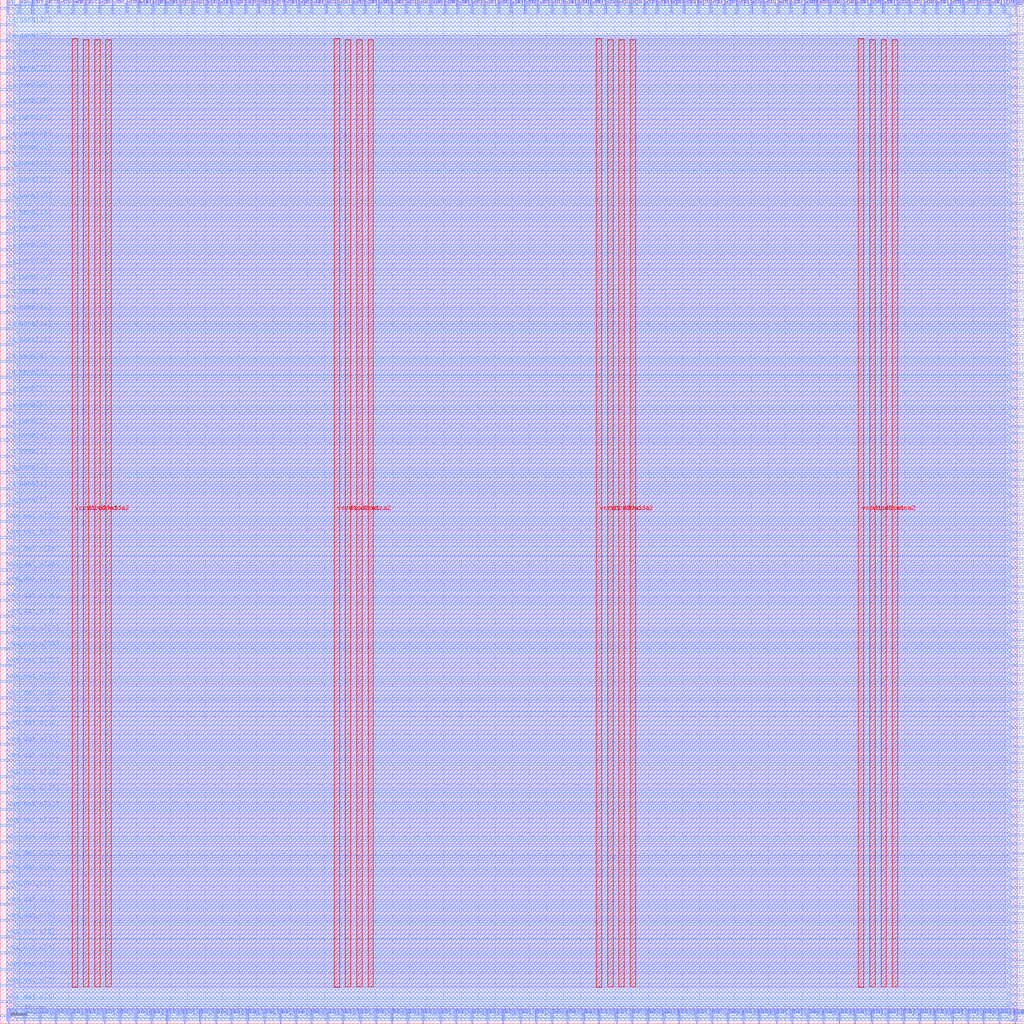
<source format=lef>
VERSION 5.7 ;
  NOWIREEXTENSIONATPIN ON ;
  DIVIDERCHAR "/" ;
  BUSBITCHARS "[]" ;
MACRO wrapped_rgb_mixer
  CLASS BLOCK ;
  FOREIGN wrapped_rgb_mixer ;
  ORIGIN 0.000 0.000 ;
  SIZE 300.000 BY 300.000 ;
  PIN active
    DIRECTION INPUT ;
    USE SIGNAL ;
    PORT
      LAYER met2 ;
        RECT 24.930 296.000 25.210 300.000 ;
    END
  END active
  PIN io_in[0]
    DIRECTION INPUT ;
    USE SIGNAL ;
    PORT
      LAYER met3 ;
        RECT 296.000 0.720 300.000 1.320 ;
    END
  END io_in[0]
  PIN io_in[10]
    DIRECTION INPUT ;
    USE SIGNAL ;
    PORT
      LAYER met3 ;
        RECT 296.000 78.920 300.000 79.520 ;
    END
  END io_in[10]
  PIN io_in[11]
    DIRECTION INPUT ;
    USE SIGNAL ;
    PORT
      LAYER met3 ;
        RECT 296.000 86.400 300.000 87.000 ;
    END
  END io_in[11]
  PIN io_in[12]
    DIRECTION INPUT ;
    USE SIGNAL ;
    PORT
      LAYER met3 ;
        RECT 296.000 94.560 300.000 95.160 ;
    END
  END io_in[12]
  PIN io_in[13]
    DIRECTION INPUT ;
    USE SIGNAL ;
    PORT
      LAYER met3 ;
        RECT 296.000 102.040 300.000 102.640 ;
    END
  END io_in[13]
  PIN io_in[14]
    DIRECTION INPUT ;
    USE SIGNAL ;
    PORT
      LAYER met3 ;
        RECT 296.000 110.200 300.000 110.800 ;
    END
  END io_in[14]
  PIN io_in[15]
    DIRECTION INPUT ;
    USE SIGNAL ;
    PORT
      LAYER met3 ;
        RECT 296.000 117.680 300.000 118.280 ;
    END
  END io_in[15]
  PIN io_in[16]
    DIRECTION INPUT ;
    USE SIGNAL ;
    PORT
      LAYER met3 ;
        RECT 296.000 125.840 300.000 126.440 ;
    END
  END io_in[16]
  PIN io_in[17]
    DIRECTION INPUT ;
    USE SIGNAL ;
    PORT
      LAYER met3 ;
        RECT 296.000 133.320 300.000 133.920 ;
    END
  END io_in[17]
  PIN io_in[18]
    DIRECTION INPUT ;
    USE SIGNAL ;
    PORT
      LAYER met3 ;
        RECT 296.000 141.480 300.000 142.080 ;
    END
  END io_in[18]
  PIN io_in[19]
    DIRECTION INPUT ;
    USE SIGNAL ;
    PORT
      LAYER met3 ;
        RECT 296.000 148.960 300.000 149.560 ;
    END
  END io_in[19]
  PIN io_in[1]
    DIRECTION INPUT ;
    USE SIGNAL ;
    PORT
      LAYER met3 ;
        RECT 296.000 8.200 300.000 8.800 ;
    END
  END io_in[1]
  PIN io_in[20]
    DIRECTION INPUT ;
    USE SIGNAL ;
    PORT
      LAYER met3 ;
        RECT 296.000 157.120 300.000 157.720 ;
    END
  END io_in[20]
  PIN io_in[21]
    DIRECTION INPUT ;
    USE SIGNAL ;
    PORT
      LAYER met3 ;
        RECT 296.000 164.600 300.000 165.200 ;
    END
  END io_in[21]
  PIN io_in[22]
    DIRECTION INPUT ;
    USE SIGNAL ;
    PORT
      LAYER met3 ;
        RECT 296.000 172.760 300.000 173.360 ;
    END
  END io_in[22]
  PIN io_in[23]
    DIRECTION INPUT ;
    USE SIGNAL ;
    PORT
      LAYER met3 ;
        RECT 296.000 180.240 300.000 180.840 ;
    END
  END io_in[23]
  PIN io_in[24]
    DIRECTION INPUT ;
    USE SIGNAL ;
    PORT
      LAYER met3 ;
        RECT 296.000 188.400 300.000 189.000 ;
    END
  END io_in[24]
  PIN io_in[25]
    DIRECTION INPUT ;
    USE SIGNAL ;
    PORT
      LAYER met3 ;
        RECT 296.000 195.880 300.000 196.480 ;
    END
  END io_in[25]
  PIN io_in[26]
    DIRECTION INPUT ;
    USE SIGNAL ;
    PORT
      LAYER met3 ;
        RECT 296.000 204.040 300.000 204.640 ;
    END
  END io_in[26]
  PIN io_in[27]
    DIRECTION INPUT ;
    USE SIGNAL ;
    PORT
      LAYER met3 ;
        RECT 296.000 211.520 300.000 212.120 ;
    END
  END io_in[27]
  PIN io_in[28]
    DIRECTION INPUT ;
    USE SIGNAL ;
    PORT
      LAYER met3 ;
        RECT 296.000 219.680 300.000 220.280 ;
    END
  END io_in[28]
  PIN io_in[29]
    DIRECTION INPUT ;
    USE SIGNAL ;
    PORT
      LAYER met3 ;
        RECT 296.000 227.160 300.000 227.760 ;
    END
  END io_in[29]
  PIN io_in[2]
    DIRECTION INPUT ;
    USE SIGNAL ;
    PORT
      LAYER met3 ;
        RECT 296.000 16.360 300.000 16.960 ;
    END
  END io_in[2]
  PIN io_in[30]
    DIRECTION INPUT ;
    USE SIGNAL ;
    PORT
      LAYER met3 ;
        RECT 296.000 235.320 300.000 235.920 ;
    END
  END io_in[30]
  PIN io_in[31]
    DIRECTION INPUT ;
    USE SIGNAL ;
    PORT
      LAYER met3 ;
        RECT 296.000 242.800 300.000 243.400 ;
    END
  END io_in[31]
  PIN io_in[32]
    DIRECTION INPUT ;
    USE SIGNAL ;
    PORT
      LAYER met3 ;
        RECT 296.000 250.960 300.000 251.560 ;
    END
  END io_in[32]
  PIN io_in[33]
    DIRECTION INPUT ;
    USE SIGNAL ;
    PORT
      LAYER met3 ;
        RECT 296.000 258.440 300.000 259.040 ;
    END
  END io_in[33]
  PIN io_in[34]
    DIRECTION INPUT ;
    USE SIGNAL ;
    PORT
      LAYER met3 ;
        RECT 296.000 266.600 300.000 267.200 ;
    END
  END io_in[34]
  PIN io_in[35]
    DIRECTION INPUT ;
    USE SIGNAL ;
    PORT
      LAYER met3 ;
        RECT 296.000 274.080 300.000 274.680 ;
    END
  END io_in[35]
  PIN io_in[36]
    DIRECTION INPUT ;
    USE SIGNAL ;
    PORT
      LAYER met3 ;
        RECT 296.000 282.240 300.000 282.840 ;
    END
  END io_in[36]
  PIN io_in[37]
    DIRECTION INPUT ;
    USE SIGNAL ;
    PORT
      LAYER met3 ;
        RECT 296.000 289.720 300.000 290.320 ;
    END
  END io_in[37]
  PIN io_in[3]
    DIRECTION INPUT ;
    USE SIGNAL ;
    PORT
      LAYER met3 ;
        RECT 296.000 23.840 300.000 24.440 ;
    END
  END io_in[3]
  PIN io_in[4]
    DIRECTION INPUT ;
    USE SIGNAL ;
    PORT
      LAYER met3 ;
        RECT 296.000 32.000 300.000 32.600 ;
    END
  END io_in[4]
  PIN io_in[5]
    DIRECTION INPUT ;
    USE SIGNAL ;
    PORT
      LAYER met3 ;
        RECT 296.000 39.480 300.000 40.080 ;
    END
  END io_in[5]
  PIN io_in[6]
    DIRECTION INPUT ;
    USE SIGNAL ;
    PORT
      LAYER met3 ;
        RECT 296.000 47.640 300.000 48.240 ;
    END
  END io_in[6]
  PIN io_in[7]
    DIRECTION INPUT ;
    USE SIGNAL ;
    PORT
      LAYER met3 ;
        RECT 296.000 55.120 300.000 55.720 ;
    END
  END io_in[7]
  PIN io_in[8]
    DIRECTION INPUT ;
    USE SIGNAL ;
    PORT
      LAYER met3 ;
        RECT 296.000 63.280 300.000 63.880 ;
    END
  END io_in[8]
  PIN io_in[9]
    DIRECTION INPUT ;
    USE SIGNAL ;
    PORT
      LAYER met3 ;
        RECT 296.000 70.760 300.000 71.360 ;
    END
  END io_in[9]
  PIN io_oeb[0]
    DIRECTION OUTPUT TRISTATE ;
    USE SIGNAL ;
    PORT
      LAYER met3 ;
        RECT 296.000 5.480 300.000 6.080 ;
    END
  END io_oeb[0]
  PIN io_oeb[10]
    DIRECTION OUTPUT TRISTATE ;
    USE SIGNAL ;
    PORT
      LAYER met3 ;
        RECT 296.000 83.680 300.000 84.280 ;
    END
  END io_oeb[10]
  PIN io_oeb[11]
    DIRECTION OUTPUT TRISTATE ;
    USE SIGNAL ;
    PORT
      LAYER met3 ;
        RECT 296.000 91.840 300.000 92.440 ;
    END
  END io_oeb[11]
  PIN io_oeb[12]
    DIRECTION OUTPUT TRISTATE ;
    USE SIGNAL ;
    PORT
      LAYER met3 ;
        RECT 296.000 99.320 300.000 99.920 ;
    END
  END io_oeb[12]
  PIN io_oeb[13]
    DIRECTION OUTPUT TRISTATE ;
    USE SIGNAL ;
    PORT
      LAYER met3 ;
        RECT 296.000 107.480 300.000 108.080 ;
    END
  END io_oeb[13]
  PIN io_oeb[14]
    DIRECTION OUTPUT TRISTATE ;
    USE SIGNAL ;
    PORT
      LAYER met3 ;
        RECT 296.000 114.960 300.000 115.560 ;
    END
  END io_oeb[14]
  PIN io_oeb[15]
    DIRECTION OUTPUT TRISTATE ;
    USE SIGNAL ;
    PORT
      LAYER met3 ;
        RECT 296.000 123.120 300.000 123.720 ;
    END
  END io_oeb[15]
  PIN io_oeb[16]
    DIRECTION OUTPUT TRISTATE ;
    USE SIGNAL ;
    PORT
      LAYER met3 ;
        RECT 296.000 130.600 300.000 131.200 ;
    END
  END io_oeb[16]
  PIN io_oeb[17]
    DIRECTION OUTPUT TRISTATE ;
    USE SIGNAL ;
    PORT
      LAYER met3 ;
        RECT 296.000 138.760 300.000 139.360 ;
    END
  END io_oeb[17]
  PIN io_oeb[18]
    DIRECTION OUTPUT TRISTATE ;
    USE SIGNAL ;
    PORT
      LAYER met3 ;
        RECT 296.000 146.240 300.000 146.840 ;
    END
  END io_oeb[18]
  PIN io_oeb[19]
    DIRECTION OUTPUT TRISTATE ;
    USE SIGNAL ;
    PORT
      LAYER met3 ;
        RECT 296.000 154.400 300.000 155.000 ;
    END
  END io_oeb[19]
  PIN io_oeb[1]
    DIRECTION OUTPUT TRISTATE ;
    USE SIGNAL ;
    PORT
      LAYER met3 ;
        RECT 296.000 13.640 300.000 14.240 ;
    END
  END io_oeb[1]
  PIN io_oeb[20]
    DIRECTION OUTPUT TRISTATE ;
    USE SIGNAL ;
    PORT
      LAYER met3 ;
        RECT 296.000 161.880 300.000 162.480 ;
    END
  END io_oeb[20]
  PIN io_oeb[21]
    DIRECTION OUTPUT TRISTATE ;
    USE SIGNAL ;
    PORT
      LAYER met3 ;
        RECT 296.000 170.040 300.000 170.640 ;
    END
  END io_oeb[21]
  PIN io_oeb[22]
    DIRECTION OUTPUT TRISTATE ;
    USE SIGNAL ;
    PORT
      LAYER met3 ;
        RECT 296.000 177.520 300.000 178.120 ;
    END
  END io_oeb[22]
  PIN io_oeb[23]
    DIRECTION OUTPUT TRISTATE ;
    USE SIGNAL ;
    PORT
      LAYER met3 ;
        RECT 296.000 185.680 300.000 186.280 ;
    END
  END io_oeb[23]
  PIN io_oeb[24]
    DIRECTION OUTPUT TRISTATE ;
    USE SIGNAL ;
    PORT
      LAYER met3 ;
        RECT 296.000 193.160 300.000 193.760 ;
    END
  END io_oeb[24]
  PIN io_oeb[25]
    DIRECTION OUTPUT TRISTATE ;
    USE SIGNAL ;
    PORT
      LAYER met3 ;
        RECT 296.000 201.320 300.000 201.920 ;
    END
  END io_oeb[25]
  PIN io_oeb[26]
    DIRECTION OUTPUT TRISTATE ;
    USE SIGNAL ;
    PORT
      LAYER met3 ;
        RECT 296.000 208.800 300.000 209.400 ;
    END
  END io_oeb[26]
  PIN io_oeb[27]
    DIRECTION OUTPUT TRISTATE ;
    USE SIGNAL ;
    PORT
      LAYER met3 ;
        RECT 296.000 216.960 300.000 217.560 ;
    END
  END io_oeb[27]
  PIN io_oeb[28]
    DIRECTION OUTPUT TRISTATE ;
    USE SIGNAL ;
    PORT
      LAYER met3 ;
        RECT 296.000 224.440 300.000 225.040 ;
    END
  END io_oeb[28]
  PIN io_oeb[29]
    DIRECTION OUTPUT TRISTATE ;
    USE SIGNAL ;
    PORT
      LAYER met3 ;
        RECT 296.000 232.600 300.000 233.200 ;
    END
  END io_oeb[29]
  PIN io_oeb[2]
    DIRECTION OUTPUT TRISTATE ;
    USE SIGNAL ;
    PORT
      LAYER met3 ;
        RECT 296.000 21.120 300.000 21.720 ;
    END
  END io_oeb[2]
  PIN io_oeb[30]
    DIRECTION OUTPUT TRISTATE ;
    USE SIGNAL ;
    PORT
      LAYER met3 ;
        RECT 296.000 240.080 300.000 240.680 ;
    END
  END io_oeb[30]
  PIN io_oeb[31]
    DIRECTION OUTPUT TRISTATE ;
    USE SIGNAL ;
    PORT
      LAYER met3 ;
        RECT 296.000 248.240 300.000 248.840 ;
    END
  END io_oeb[31]
  PIN io_oeb[32]
    DIRECTION OUTPUT TRISTATE ;
    USE SIGNAL ;
    PORT
      LAYER met3 ;
        RECT 296.000 255.720 300.000 256.320 ;
    END
  END io_oeb[32]
  PIN io_oeb[33]
    DIRECTION OUTPUT TRISTATE ;
    USE SIGNAL ;
    PORT
      LAYER met3 ;
        RECT 296.000 263.880 300.000 264.480 ;
    END
  END io_oeb[33]
  PIN io_oeb[34]
    DIRECTION OUTPUT TRISTATE ;
    USE SIGNAL ;
    PORT
      LAYER met3 ;
        RECT 296.000 271.360 300.000 271.960 ;
    END
  END io_oeb[34]
  PIN io_oeb[35]
    DIRECTION OUTPUT TRISTATE ;
    USE SIGNAL ;
    PORT
      LAYER met3 ;
        RECT 296.000 279.520 300.000 280.120 ;
    END
  END io_oeb[35]
  PIN io_oeb[36]
    DIRECTION OUTPUT TRISTATE ;
    USE SIGNAL ;
    PORT
      LAYER met3 ;
        RECT 296.000 287.000 300.000 287.600 ;
    END
  END io_oeb[36]
  PIN io_oeb[37]
    DIRECTION OUTPUT TRISTATE ;
    USE SIGNAL ;
    PORT
      LAYER met3 ;
        RECT 296.000 295.160 300.000 295.760 ;
    END
  END io_oeb[37]
  PIN io_oeb[3]
    DIRECTION OUTPUT TRISTATE ;
    USE SIGNAL ;
    PORT
      LAYER met3 ;
        RECT 296.000 29.280 300.000 29.880 ;
    END
  END io_oeb[3]
  PIN io_oeb[4]
    DIRECTION OUTPUT TRISTATE ;
    USE SIGNAL ;
    PORT
      LAYER met3 ;
        RECT 296.000 36.760 300.000 37.360 ;
    END
  END io_oeb[4]
  PIN io_oeb[5]
    DIRECTION OUTPUT TRISTATE ;
    USE SIGNAL ;
    PORT
      LAYER met3 ;
        RECT 296.000 44.920 300.000 45.520 ;
    END
  END io_oeb[5]
  PIN io_oeb[6]
    DIRECTION OUTPUT TRISTATE ;
    USE SIGNAL ;
    PORT
      LAYER met3 ;
        RECT 296.000 52.400 300.000 53.000 ;
    END
  END io_oeb[6]
  PIN io_oeb[7]
    DIRECTION OUTPUT TRISTATE ;
    USE SIGNAL ;
    PORT
      LAYER met3 ;
        RECT 296.000 60.560 300.000 61.160 ;
    END
  END io_oeb[7]
  PIN io_oeb[8]
    DIRECTION OUTPUT TRISTATE ;
    USE SIGNAL ;
    PORT
      LAYER met3 ;
        RECT 296.000 68.040 300.000 68.640 ;
    END
  END io_oeb[8]
  PIN io_oeb[9]
    DIRECTION OUTPUT TRISTATE ;
    USE SIGNAL ;
    PORT
      LAYER met3 ;
        RECT 296.000 76.200 300.000 76.800 ;
    END
  END io_oeb[9]
  PIN io_out[0]
    DIRECTION OUTPUT TRISTATE ;
    USE SIGNAL ;
    PORT
      LAYER met3 ;
        RECT 296.000 2.760 300.000 3.360 ;
    END
  END io_out[0]
  PIN io_out[10]
    DIRECTION OUTPUT TRISTATE ;
    USE SIGNAL ;
    PORT
      LAYER met3 ;
        RECT 296.000 80.960 300.000 81.560 ;
    END
  END io_out[10]
  PIN io_out[11]
    DIRECTION OUTPUT TRISTATE ;
    USE SIGNAL ;
    PORT
      LAYER met3 ;
        RECT 296.000 89.120 300.000 89.720 ;
    END
  END io_out[11]
  PIN io_out[12]
    DIRECTION OUTPUT TRISTATE ;
    USE SIGNAL ;
    PORT
      LAYER met3 ;
        RECT 296.000 96.600 300.000 97.200 ;
    END
  END io_out[12]
  PIN io_out[13]
    DIRECTION OUTPUT TRISTATE ;
    USE SIGNAL ;
    PORT
      LAYER met3 ;
        RECT 296.000 104.760 300.000 105.360 ;
    END
  END io_out[13]
  PIN io_out[14]
    DIRECTION OUTPUT TRISTATE ;
    USE SIGNAL ;
    PORT
      LAYER met3 ;
        RECT 296.000 112.240 300.000 112.840 ;
    END
  END io_out[14]
  PIN io_out[15]
    DIRECTION OUTPUT TRISTATE ;
    USE SIGNAL ;
    PORT
      LAYER met3 ;
        RECT 296.000 120.400 300.000 121.000 ;
    END
  END io_out[15]
  PIN io_out[16]
    DIRECTION OUTPUT TRISTATE ;
    USE SIGNAL ;
    PORT
      LAYER met3 ;
        RECT 296.000 127.880 300.000 128.480 ;
    END
  END io_out[16]
  PIN io_out[17]
    DIRECTION OUTPUT TRISTATE ;
    USE SIGNAL ;
    PORT
      LAYER met3 ;
        RECT 296.000 136.040 300.000 136.640 ;
    END
  END io_out[17]
  PIN io_out[18]
    DIRECTION OUTPUT TRISTATE ;
    USE SIGNAL ;
    PORT
      LAYER met3 ;
        RECT 296.000 143.520 300.000 144.120 ;
    END
  END io_out[18]
  PIN io_out[19]
    DIRECTION OUTPUT TRISTATE ;
    USE SIGNAL ;
    PORT
      LAYER met3 ;
        RECT 296.000 151.680 300.000 152.280 ;
    END
  END io_out[19]
  PIN io_out[1]
    DIRECTION OUTPUT TRISTATE ;
    USE SIGNAL ;
    PORT
      LAYER met3 ;
        RECT 296.000 10.920 300.000 11.520 ;
    END
  END io_out[1]
  PIN io_out[20]
    DIRECTION OUTPUT TRISTATE ;
    USE SIGNAL ;
    PORT
      LAYER met3 ;
        RECT 296.000 159.160 300.000 159.760 ;
    END
  END io_out[20]
  PIN io_out[21]
    DIRECTION OUTPUT TRISTATE ;
    USE SIGNAL ;
    PORT
      LAYER met3 ;
        RECT 296.000 167.320 300.000 167.920 ;
    END
  END io_out[21]
  PIN io_out[22]
    DIRECTION OUTPUT TRISTATE ;
    USE SIGNAL ;
    PORT
      LAYER met3 ;
        RECT 296.000 174.800 300.000 175.400 ;
    END
  END io_out[22]
  PIN io_out[23]
    DIRECTION OUTPUT TRISTATE ;
    USE SIGNAL ;
    PORT
      LAYER met3 ;
        RECT 296.000 182.960 300.000 183.560 ;
    END
  END io_out[23]
  PIN io_out[24]
    DIRECTION OUTPUT TRISTATE ;
    USE SIGNAL ;
    PORT
      LAYER met3 ;
        RECT 296.000 190.440 300.000 191.040 ;
    END
  END io_out[24]
  PIN io_out[25]
    DIRECTION OUTPUT TRISTATE ;
    USE SIGNAL ;
    PORT
      LAYER met3 ;
        RECT 296.000 198.600 300.000 199.200 ;
    END
  END io_out[25]
  PIN io_out[26]
    DIRECTION OUTPUT TRISTATE ;
    USE SIGNAL ;
    PORT
      LAYER met3 ;
        RECT 296.000 206.080 300.000 206.680 ;
    END
  END io_out[26]
  PIN io_out[27]
    DIRECTION OUTPUT TRISTATE ;
    USE SIGNAL ;
    PORT
      LAYER met3 ;
        RECT 296.000 214.240 300.000 214.840 ;
    END
  END io_out[27]
  PIN io_out[28]
    DIRECTION OUTPUT TRISTATE ;
    USE SIGNAL ;
    PORT
      LAYER met3 ;
        RECT 296.000 221.720 300.000 222.320 ;
    END
  END io_out[28]
  PIN io_out[29]
    DIRECTION OUTPUT TRISTATE ;
    USE SIGNAL ;
    PORT
      LAYER met3 ;
        RECT 296.000 229.880 300.000 230.480 ;
    END
  END io_out[29]
  PIN io_out[2]
    DIRECTION OUTPUT TRISTATE ;
    USE SIGNAL ;
    PORT
      LAYER met3 ;
        RECT 296.000 18.400 300.000 19.000 ;
    END
  END io_out[2]
  PIN io_out[30]
    DIRECTION OUTPUT TRISTATE ;
    USE SIGNAL ;
    PORT
      LAYER met3 ;
        RECT 296.000 237.360 300.000 237.960 ;
    END
  END io_out[30]
  PIN io_out[31]
    DIRECTION OUTPUT TRISTATE ;
    USE SIGNAL ;
    PORT
      LAYER met3 ;
        RECT 296.000 245.520 300.000 246.120 ;
    END
  END io_out[31]
  PIN io_out[32]
    DIRECTION OUTPUT TRISTATE ;
    USE SIGNAL ;
    PORT
      LAYER met3 ;
        RECT 296.000 253.000 300.000 253.600 ;
    END
  END io_out[32]
  PIN io_out[33]
    DIRECTION OUTPUT TRISTATE ;
    USE SIGNAL ;
    PORT
      LAYER met3 ;
        RECT 296.000 261.160 300.000 261.760 ;
    END
  END io_out[33]
  PIN io_out[34]
    DIRECTION OUTPUT TRISTATE ;
    USE SIGNAL ;
    PORT
      LAYER met3 ;
        RECT 296.000 268.640 300.000 269.240 ;
    END
  END io_out[34]
  PIN io_out[35]
    DIRECTION OUTPUT TRISTATE ;
    USE SIGNAL ;
    PORT
      LAYER met3 ;
        RECT 296.000 276.800 300.000 277.400 ;
    END
  END io_out[35]
  PIN io_out[36]
    DIRECTION OUTPUT TRISTATE ;
    USE SIGNAL ;
    PORT
      LAYER met3 ;
        RECT 296.000 284.280 300.000 284.880 ;
    END
  END io_out[36]
  PIN io_out[37]
    DIRECTION OUTPUT TRISTATE ;
    USE SIGNAL ;
    PORT
      LAYER met3 ;
        RECT 296.000 292.440 300.000 293.040 ;
    END
  END io_out[37]
  PIN io_out[3]
    DIRECTION OUTPUT TRISTATE ;
    USE SIGNAL ;
    PORT
      LAYER met3 ;
        RECT 296.000 26.560 300.000 27.160 ;
    END
  END io_out[3]
  PIN io_out[4]
    DIRECTION OUTPUT TRISTATE ;
    USE SIGNAL ;
    PORT
      LAYER met3 ;
        RECT 296.000 34.040 300.000 34.640 ;
    END
  END io_out[4]
  PIN io_out[5]
    DIRECTION OUTPUT TRISTATE ;
    USE SIGNAL ;
    PORT
      LAYER met3 ;
        RECT 296.000 42.200 300.000 42.800 ;
    END
  END io_out[5]
  PIN io_out[6]
    DIRECTION OUTPUT TRISTATE ;
    USE SIGNAL ;
    PORT
      LAYER met3 ;
        RECT 296.000 49.680 300.000 50.280 ;
    END
  END io_out[6]
  PIN io_out[7]
    DIRECTION OUTPUT TRISTATE ;
    USE SIGNAL ;
    PORT
      LAYER met3 ;
        RECT 296.000 57.840 300.000 58.440 ;
    END
  END io_out[7]
  PIN io_out[8]
    DIRECTION OUTPUT TRISTATE ;
    USE SIGNAL ;
    PORT
      LAYER met3 ;
        RECT 296.000 65.320 300.000 65.920 ;
    END
  END io_out[8]
  PIN io_out[9]
    DIRECTION OUTPUT TRISTATE ;
    USE SIGNAL ;
    PORT
      LAYER met3 ;
        RECT 296.000 73.480 300.000 74.080 ;
    END
  END io_out[9]
  PIN irq[0]
    DIRECTION OUTPUT TRISTATE ;
    USE SIGNAL ;
    PORT
      LAYER met2 ;
        RECT 294.030 296.000 294.310 300.000 ;
    END
  END irq[0]
  PIN irq[1]
    DIRECTION OUTPUT TRISTATE ;
    USE SIGNAL ;
    PORT
      LAYER met3 ;
        RECT 296.000 297.880 300.000 298.480 ;
    END
  END irq[1]
  PIN irq[2]
    DIRECTION OUTPUT TRISTATE ;
    USE SIGNAL ;
    PORT
      LAYER met2 ;
        RECT 297.710 296.000 297.990 300.000 ;
    END
  END irq[2]
  PIN la_data_in[0]
    DIRECTION INPUT ;
    USE SIGNAL ;
    PORT
      LAYER met2 ;
        RECT 2.390 0.000 2.670 4.000 ;
    END
  END la_data_in[0]
  PIN la_data_in[10]
    DIRECTION INPUT ;
    USE SIGNAL ;
    PORT
      LAYER met2 ;
        RECT 48.850 0.000 49.130 4.000 ;
    END
  END la_data_in[10]
  PIN la_data_in[11]
    DIRECTION INPUT ;
    USE SIGNAL ;
    PORT
      LAYER met2 ;
        RECT 53.910 0.000 54.190 4.000 ;
    END
  END la_data_in[11]
  PIN la_data_in[12]
    DIRECTION INPUT ;
    USE SIGNAL ;
    PORT
      LAYER met2 ;
        RECT 58.510 0.000 58.790 4.000 ;
    END
  END la_data_in[12]
  PIN la_data_in[13]
    DIRECTION INPUT ;
    USE SIGNAL ;
    PORT
      LAYER met2 ;
        RECT 63.110 0.000 63.390 4.000 ;
    END
  END la_data_in[13]
  PIN la_data_in[14]
    DIRECTION INPUT ;
    USE SIGNAL ;
    PORT
      LAYER met2 ;
        RECT 67.710 0.000 67.990 4.000 ;
    END
  END la_data_in[14]
  PIN la_data_in[15]
    DIRECTION INPUT ;
    USE SIGNAL ;
    PORT
      LAYER met2 ;
        RECT 72.310 0.000 72.590 4.000 ;
    END
  END la_data_in[15]
  PIN la_data_in[16]
    DIRECTION INPUT ;
    USE SIGNAL ;
    PORT
      LAYER met2 ;
        RECT 77.370 0.000 77.650 4.000 ;
    END
  END la_data_in[16]
  PIN la_data_in[17]
    DIRECTION INPUT ;
    USE SIGNAL ;
    PORT
      LAYER met2 ;
        RECT 81.970 0.000 82.250 4.000 ;
    END
  END la_data_in[17]
  PIN la_data_in[18]
    DIRECTION INPUT ;
    USE SIGNAL ;
    PORT
      LAYER met2 ;
        RECT 86.570 0.000 86.850 4.000 ;
    END
  END la_data_in[18]
  PIN la_data_in[19]
    DIRECTION INPUT ;
    USE SIGNAL ;
    PORT
      LAYER met2 ;
        RECT 91.170 0.000 91.450 4.000 ;
    END
  END la_data_in[19]
  PIN la_data_in[1]
    DIRECTION INPUT ;
    USE SIGNAL ;
    PORT
      LAYER met2 ;
        RECT 6.990 0.000 7.270 4.000 ;
    END
  END la_data_in[1]
  PIN la_data_in[20]
    DIRECTION INPUT ;
    USE SIGNAL ;
    PORT
      LAYER met2 ;
        RECT 95.770 0.000 96.050 4.000 ;
    END
  END la_data_in[20]
  PIN la_data_in[21]
    DIRECTION INPUT ;
    USE SIGNAL ;
    PORT
      LAYER met2 ;
        RECT 100.370 0.000 100.650 4.000 ;
    END
  END la_data_in[21]
  PIN la_data_in[22]
    DIRECTION INPUT ;
    USE SIGNAL ;
    PORT
      LAYER met2 ;
        RECT 105.430 0.000 105.710 4.000 ;
    END
  END la_data_in[22]
  PIN la_data_in[23]
    DIRECTION INPUT ;
    USE SIGNAL ;
    PORT
      LAYER met2 ;
        RECT 110.030 0.000 110.310 4.000 ;
    END
  END la_data_in[23]
  PIN la_data_in[24]
    DIRECTION INPUT ;
    USE SIGNAL ;
    PORT
      LAYER met2 ;
        RECT 114.630 0.000 114.910 4.000 ;
    END
  END la_data_in[24]
  PIN la_data_in[25]
    DIRECTION INPUT ;
    USE SIGNAL ;
    PORT
      LAYER met2 ;
        RECT 119.230 0.000 119.510 4.000 ;
    END
  END la_data_in[25]
  PIN la_data_in[26]
    DIRECTION INPUT ;
    USE SIGNAL ;
    PORT
      LAYER met2 ;
        RECT 123.830 0.000 124.110 4.000 ;
    END
  END la_data_in[26]
  PIN la_data_in[27]
    DIRECTION INPUT ;
    USE SIGNAL ;
    PORT
      LAYER met2 ;
        RECT 128.890 0.000 129.170 4.000 ;
    END
  END la_data_in[27]
  PIN la_data_in[28]
    DIRECTION INPUT ;
    USE SIGNAL ;
    PORT
      LAYER met2 ;
        RECT 133.490 0.000 133.770 4.000 ;
    END
  END la_data_in[28]
  PIN la_data_in[29]
    DIRECTION INPUT ;
    USE SIGNAL ;
    PORT
      LAYER met2 ;
        RECT 138.090 0.000 138.370 4.000 ;
    END
  END la_data_in[29]
  PIN la_data_in[2]
    DIRECTION INPUT ;
    USE SIGNAL ;
    PORT
      LAYER met2 ;
        RECT 11.590 0.000 11.870 4.000 ;
    END
  END la_data_in[2]
  PIN la_data_in[30]
    DIRECTION INPUT ;
    USE SIGNAL ;
    PORT
      LAYER met2 ;
        RECT 142.690 0.000 142.970 4.000 ;
    END
  END la_data_in[30]
  PIN la_data_in[31]
    DIRECTION INPUT ;
    USE SIGNAL ;
    PORT
      LAYER met2 ;
        RECT 147.290 0.000 147.570 4.000 ;
    END
  END la_data_in[31]
  PIN la_data_in[3]
    DIRECTION INPUT ;
    USE SIGNAL ;
    PORT
      LAYER met2 ;
        RECT 16.190 0.000 16.470 4.000 ;
    END
  END la_data_in[3]
  PIN la_data_in[4]
    DIRECTION INPUT ;
    USE SIGNAL ;
    PORT
      LAYER met2 ;
        RECT 20.790 0.000 21.070 4.000 ;
    END
  END la_data_in[4]
  PIN la_data_in[5]
    DIRECTION INPUT ;
    USE SIGNAL ;
    PORT
      LAYER met2 ;
        RECT 25.390 0.000 25.670 4.000 ;
    END
  END la_data_in[5]
  PIN la_data_in[6]
    DIRECTION INPUT ;
    USE SIGNAL ;
    PORT
      LAYER met2 ;
        RECT 30.450 0.000 30.730 4.000 ;
    END
  END la_data_in[6]
  PIN la_data_in[7]
    DIRECTION INPUT ;
    USE SIGNAL ;
    PORT
      LAYER met2 ;
        RECT 35.050 0.000 35.330 4.000 ;
    END
  END la_data_in[7]
  PIN la_data_in[8]
    DIRECTION INPUT ;
    USE SIGNAL ;
    PORT
      LAYER met2 ;
        RECT 39.650 0.000 39.930 4.000 ;
    END
  END la_data_in[8]
  PIN la_data_in[9]
    DIRECTION INPUT ;
    USE SIGNAL ;
    PORT
      LAYER met2 ;
        RECT 44.250 0.000 44.530 4.000 ;
    END
  END la_data_in[9]
  PIN la_data_out[0]
    DIRECTION OUTPUT TRISTATE ;
    USE SIGNAL ;
    PORT
      LAYER met2 ;
        RECT 152.350 0.000 152.630 4.000 ;
    END
  END la_data_out[0]
  PIN la_data_out[10]
    DIRECTION OUTPUT TRISTATE ;
    USE SIGNAL ;
    PORT
      LAYER met2 ;
        RECT 198.810 0.000 199.090 4.000 ;
    END
  END la_data_out[10]
  PIN la_data_out[11]
    DIRECTION OUTPUT TRISTATE ;
    USE SIGNAL ;
    PORT
      LAYER met2 ;
        RECT 203.870 0.000 204.150 4.000 ;
    END
  END la_data_out[11]
  PIN la_data_out[12]
    DIRECTION OUTPUT TRISTATE ;
    USE SIGNAL ;
    PORT
      LAYER met2 ;
        RECT 208.470 0.000 208.750 4.000 ;
    END
  END la_data_out[12]
  PIN la_data_out[13]
    DIRECTION OUTPUT TRISTATE ;
    USE SIGNAL ;
    PORT
      LAYER met2 ;
        RECT 213.070 0.000 213.350 4.000 ;
    END
  END la_data_out[13]
  PIN la_data_out[14]
    DIRECTION OUTPUT TRISTATE ;
    USE SIGNAL ;
    PORT
      LAYER met2 ;
        RECT 217.670 0.000 217.950 4.000 ;
    END
  END la_data_out[14]
  PIN la_data_out[15]
    DIRECTION OUTPUT TRISTATE ;
    USE SIGNAL ;
    PORT
      LAYER met2 ;
        RECT 222.270 0.000 222.550 4.000 ;
    END
  END la_data_out[15]
  PIN la_data_out[16]
    DIRECTION OUTPUT TRISTATE ;
    USE SIGNAL ;
    PORT
      LAYER met2 ;
        RECT 227.330 0.000 227.610 4.000 ;
    END
  END la_data_out[16]
  PIN la_data_out[17]
    DIRECTION OUTPUT TRISTATE ;
    USE SIGNAL ;
    PORT
      LAYER met2 ;
        RECT 231.930 0.000 232.210 4.000 ;
    END
  END la_data_out[17]
  PIN la_data_out[18]
    DIRECTION OUTPUT TRISTATE ;
    USE SIGNAL ;
    PORT
      LAYER met2 ;
        RECT 236.530 0.000 236.810 4.000 ;
    END
  END la_data_out[18]
  PIN la_data_out[19]
    DIRECTION OUTPUT TRISTATE ;
    USE SIGNAL ;
    PORT
      LAYER met2 ;
        RECT 241.130 0.000 241.410 4.000 ;
    END
  END la_data_out[19]
  PIN la_data_out[1]
    DIRECTION OUTPUT TRISTATE ;
    USE SIGNAL ;
    PORT
      LAYER met2 ;
        RECT 156.950 0.000 157.230 4.000 ;
    END
  END la_data_out[1]
  PIN la_data_out[20]
    DIRECTION OUTPUT TRISTATE ;
    USE SIGNAL ;
    PORT
      LAYER met2 ;
        RECT 245.730 0.000 246.010 4.000 ;
    END
  END la_data_out[20]
  PIN la_data_out[21]
    DIRECTION OUTPUT TRISTATE ;
    USE SIGNAL ;
    PORT
      LAYER met2 ;
        RECT 250.330 0.000 250.610 4.000 ;
    END
  END la_data_out[21]
  PIN la_data_out[22]
    DIRECTION OUTPUT TRISTATE ;
    USE SIGNAL ;
    PORT
      LAYER met2 ;
        RECT 255.390 0.000 255.670 4.000 ;
    END
  END la_data_out[22]
  PIN la_data_out[23]
    DIRECTION OUTPUT TRISTATE ;
    USE SIGNAL ;
    PORT
      LAYER met2 ;
        RECT 259.990 0.000 260.270 4.000 ;
    END
  END la_data_out[23]
  PIN la_data_out[24]
    DIRECTION OUTPUT TRISTATE ;
    USE SIGNAL ;
    PORT
      LAYER met2 ;
        RECT 264.590 0.000 264.870 4.000 ;
    END
  END la_data_out[24]
  PIN la_data_out[25]
    DIRECTION OUTPUT TRISTATE ;
    USE SIGNAL ;
    PORT
      LAYER met2 ;
        RECT 269.190 0.000 269.470 4.000 ;
    END
  END la_data_out[25]
  PIN la_data_out[26]
    DIRECTION OUTPUT TRISTATE ;
    USE SIGNAL ;
    PORT
      LAYER met2 ;
        RECT 273.790 0.000 274.070 4.000 ;
    END
  END la_data_out[26]
  PIN la_data_out[27]
    DIRECTION OUTPUT TRISTATE ;
    USE SIGNAL ;
    PORT
      LAYER met2 ;
        RECT 278.850 0.000 279.130 4.000 ;
    END
  END la_data_out[27]
  PIN la_data_out[28]
    DIRECTION OUTPUT TRISTATE ;
    USE SIGNAL ;
    PORT
      LAYER met2 ;
        RECT 283.450 0.000 283.730 4.000 ;
    END
  END la_data_out[28]
  PIN la_data_out[29]
    DIRECTION OUTPUT TRISTATE ;
    USE SIGNAL ;
    PORT
      LAYER met2 ;
        RECT 288.050 0.000 288.330 4.000 ;
    END
  END la_data_out[29]
  PIN la_data_out[2]
    DIRECTION OUTPUT TRISTATE ;
    USE SIGNAL ;
    PORT
      LAYER met2 ;
        RECT 161.550 0.000 161.830 4.000 ;
    END
  END la_data_out[2]
  PIN la_data_out[30]
    DIRECTION OUTPUT TRISTATE ;
    USE SIGNAL ;
    PORT
      LAYER met2 ;
        RECT 292.650 0.000 292.930 4.000 ;
    END
  END la_data_out[30]
  PIN la_data_out[31]
    DIRECTION OUTPUT TRISTATE ;
    USE SIGNAL ;
    PORT
      LAYER met2 ;
        RECT 297.250 0.000 297.530 4.000 ;
    END
  END la_data_out[31]
  PIN la_data_out[3]
    DIRECTION OUTPUT TRISTATE ;
    USE SIGNAL ;
    PORT
      LAYER met2 ;
        RECT 166.150 0.000 166.430 4.000 ;
    END
  END la_data_out[3]
  PIN la_data_out[4]
    DIRECTION OUTPUT TRISTATE ;
    USE SIGNAL ;
    PORT
      LAYER met2 ;
        RECT 170.750 0.000 171.030 4.000 ;
    END
  END la_data_out[4]
  PIN la_data_out[5]
    DIRECTION OUTPUT TRISTATE ;
    USE SIGNAL ;
    PORT
      LAYER met2 ;
        RECT 175.350 0.000 175.630 4.000 ;
    END
  END la_data_out[5]
  PIN la_data_out[6]
    DIRECTION OUTPUT TRISTATE ;
    USE SIGNAL ;
    PORT
      LAYER met2 ;
        RECT 180.410 0.000 180.690 4.000 ;
    END
  END la_data_out[6]
  PIN la_data_out[7]
    DIRECTION OUTPUT TRISTATE ;
    USE SIGNAL ;
    PORT
      LAYER met2 ;
        RECT 185.010 0.000 185.290 4.000 ;
    END
  END la_data_out[7]
  PIN la_data_out[8]
    DIRECTION OUTPUT TRISTATE ;
    USE SIGNAL ;
    PORT
      LAYER met2 ;
        RECT 189.610 0.000 189.890 4.000 ;
    END
  END la_data_out[8]
  PIN la_data_out[9]
    DIRECTION OUTPUT TRISTATE ;
    USE SIGNAL ;
    PORT
      LAYER met2 ;
        RECT 194.210 0.000 194.490 4.000 ;
    END
  END la_data_out[9]
  PIN la_oenb[0]
    DIRECTION INPUT ;
    USE SIGNAL ;
    PORT
      LAYER met3 ;
        RECT 0.000 151.680 4.000 152.280 ;
    END
  END la_oenb[0]
  PIN la_oenb[10]
    DIRECTION INPUT ;
    USE SIGNAL ;
    PORT
      LAYER met3 ;
        RECT 0.000 198.600 4.000 199.200 ;
    END
  END la_oenb[10]
  PIN la_oenb[11]
    DIRECTION INPUT ;
    USE SIGNAL ;
    PORT
      LAYER met3 ;
        RECT 0.000 203.360 4.000 203.960 ;
    END
  END la_oenb[11]
  PIN la_oenb[12]
    DIRECTION INPUT ;
    USE SIGNAL ;
    PORT
      LAYER met3 ;
        RECT 0.000 208.120 4.000 208.720 ;
    END
  END la_oenb[12]
  PIN la_oenb[13]
    DIRECTION INPUT ;
    USE SIGNAL ;
    PORT
      LAYER met3 ;
        RECT 0.000 212.880 4.000 213.480 ;
    END
  END la_oenb[13]
  PIN la_oenb[14]
    DIRECTION INPUT ;
    USE SIGNAL ;
    PORT
      LAYER met3 ;
        RECT 0.000 216.960 4.000 217.560 ;
    END
  END la_oenb[14]
  PIN la_oenb[15]
    DIRECTION INPUT ;
    USE SIGNAL ;
    PORT
      LAYER met3 ;
        RECT 0.000 221.720 4.000 222.320 ;
    END
  END la_oenb[15]
  PIN la_oenb[16]
    DIRECTION INPUT ;
    USE SIGNAL ;
    PORT
      LAYER met3 ;
        RECT 0.000 226.480 4.000 227.080 ;
    END
  END la_oenb[16]
  PIN la_oenb[17]
    DIRECTION INPUT ;
    USE SIGNAL ;
    PORT
      LAYER met3 ;
        RECT 0.000 231.240 4.000 231.840 ;
    END
  END la_oenb[17]
  PIN la_oenb[18]
    DIRECTION INPUT ;
    USE SIGNAL ;
    PORT
      LAYER met3 ;
        RECT 0.000 236.000 4.000 236.600 ;
    END
  END la_oenb[18]
  PIN la_oenb[19]
    DIRECTION INPUT ;
    USE SIGNAL ;
    PORT
      LAYER met3 ;
        RECT 0.000 240.760 4.000 241.360 ;
    END
  END la_oenb[19]
  PIN la_oenb[1]
    DIRECTION INPUT ;
    USE SIGNAL ;
    PORT
      LAYER met3 ;
        RECT 0.000 156.440 4.000 157.040 ;
    END
  END la_oenb[1]
  PIN la_oenb[20]
    DIRECTION INPUT ;
    USE SIGNAL ;
    PORT
      LAYER met3 ;
        RECT 0.000 245.520 4.000 246.120 ;
    END
  END la_oenb[20]
  PIN la_oenb[21]
    DIRECTION INPUT ;
    USE SIGNAL ;
    PORT
      LAYER met3 ;
        RECT 0.000 250.280 4.000 250.880 ;
    END
  END la_oenb[21]
  PIN la_oenb[22]
    DIRECTION INPUT ;
    USE SIGNAL ;
    PORT
      LAYER met3 ;
        RECT 0.000 255.040 4.000 255.640 ;
    END
  END la_oenb[22]
  PIN la_oenb[23]
    DIRECTION INPUT ;
    USE SIGNAL ;
    PORT
      LAYER met3 ;
        RECT 0.000 259.120 4.000 259.720 ;
    END
  END la_oenb[23]
  PIN la_oenb[24]
    DIRECTION INPUT ;
    USE SIGNAL ;
    PORT
      LAYER met3 ;
        RECT 0.000 263.880 4.000 264.480 ;
    END
  END la_oenb[24]
  PIN la_oenb[25]
    DIRECTION INPUT ;
    USE SIGNAL ;
    PORT
      LAYER met3 ;
        RECT 0.000 268.640 4.000 269.240 ;
    END
  END la_oenb[25]
  PIN la_oenb[26]
    DIRECTION INPUT ;
    USE SIGNAL ;
    PORT
      LAYER met3 ;
        RECT 0.000 273.400 4.000 274.000 ;
    END
  END la_oenb[26]
  PIN la_oenb[27]
    DIRECTION INPUT ;
    USE SIGNAL ;
    PORT
      LAYER met3 ;
        RECT 0.000 278.160 4.000 278.760 ;
    END
  END la_oenb[27]
  PIN la_oenb[28]
    DIRECTION INPUT ;
    USE SIGNAL ;
    PORT
      LAYER met3 ;
        RECT 0.000 282.920 4.000 283.520 ;
    END
  END la_oenb[28]
  PIN la_oenb[29]
    DIRECTION INPUT ;
    USE SIGNAL ;
    PORT
      LAYER met3 ;
        RECT 0.000 287.680 4.000 288.280 ;
    END
  END la_oenb[29]
  PIN la_oenb[2]
    DIRECTION INPUT ;
    USE SIGNAL ;
    PORT
      LAYER met3 ;
        RECT 0.000 161.200 4.000 161.800 ;
    END
  END la_oenb[2]
  PIN la_oenb[30]
    DIRECTION INPUT ;
    USE SIGNAL ;
    PORT
      LAYER met3 ;
        RECT 0.000 292.440 4.000 293.040 ;
    END
  END la_oenb[30]
  PIN la_oenb[31]
    DIRECTION INPUT ;
    USE SIGNAL ;
    PORT
      LAYER met3 ;
        RECT 0.000 297.200 4.000 297.800 ;
    END
  END la_oenb[31]
  PIN la_oenb[3]
    DIRECTION INPUT ;
    USE SIGNAL ;
    PORT
      LAYER met3 ;
        RECT 0.000 165.960 4.000 166.560 ;
    END
  END la_oenb[3]
  PIN la_oenb[4]
    DIRECTION INPUT ;
    USE SIGNAL ;
    PORT
      LAYER met3 ;
        RECT 0.000 170.720 4.000 171.320 ;
    END
  END la_oenb[4]
  PIN la_oenb[5]
    DIRECTION INPUT ;
    USE SIGNAL ;
    PORT
      LAYER met3 ;
        RECT 0.000 174.800 4.000 175.400 ;
    END
  END la_oenb[5]
  PIN la_oenb[6]
    DIRECTION INPUT ;
    USE SIGNAL ;
    PORT
      LAYER met3 ;
        RECT 0.000 179.560 4.000 180.160 ;
    END
  END la_oenb[6]
  PIN la_oenb[7]
    DIRECTION INPUT ;
    USE SIGNAL ;
    PORT
      LAYER met3 ;
        RECT 0.000 184.320 4.000 184.920 ;
    END
  END la_oenb[7]
  PIN la_oenb[8]
    DIRECTION INPUT ;
    USE SIGNAL ;
    PORT
      LAYER met3 ;
        RECT 0.000 189.080 4.000 189.680 ;
    END
  END la_oenb[8]
  PIN la_oenb[9]
    DIRECTION INPUT ;
    USE SIGNAL ;
    PORT
      LAYER met3 ;
        RECT 0.000 193.840 4.000 194.440 ;
    END
  END la_oenb[9]
  PIN wb_clk_i
    DIRECTION INPUT ;
    USE SIGNAL ;
    PORT
      LAYER met2 ;
        RECT 1.930 296.000 2.210 300.000 ;
    END
  END wb_clk_i
  PIN wb_rst_i
    DIRECTION INPUT ;
    USE SIGNAL ;
    PORT
      LAYER met2 ;
        RECT 5.610 296.000 5.890 300.000 ;
    END
  END wb_rst_i
  PIN wbs_ack_o
    DIRECTION OUTPUT TRISTATE ;
    USE SIGNAL ;
    PORT
      LAYER met2 ;
        RECT 21.250 296.000 21.530 300.000 ;
    END
  END wbs_ack_o
  PIN wbs_adr_i[0]
    DIRECTION INPUT ;
    USE SIGNAL ;
    PORT
      LAYER met2 ;
        RECT 44.710 296.000 44.990 300.000 ;
    END
  END wbs_adr_i[0]
  PIN wbs_adr_i[10]
    DIRECTION INPUT ;
    USE SIGNAL ;
    PORT
      LAYER met2 ;
        RECT 83.350 296.000 83.630 300.000 ;
    END
  END wbs_adr_i[10]
  PIN wbs_adr_i[11]
    DIRECTION INPUT ;
    USE SIGNAL ;
    PORT
      LAYER met2 ;
        RECT 87.490 296.000 87.770 300.000 ;
    END
  END wbs_adr_i[11]
  PIN wbs_adr_i[12]
    DIRECTION INPUT ;
    USE SIGNAL ;
    PORT
      LAYER met2 ;
        RECT 91.170 296.000 91.450 300.000 ;
    END
  END wbs_adr_i[12]
  PIN wbs_adr_i[13]
    DIRECTION INPUT ;
    USE SIGNAL ;
    PORT
      LAYER met2 ;
        RECT 95.310 296.000 95.590 300.000 ;
    END
  END wbs_adr_i[13]
  PIN wbs_adr_i[14]
    DIRECTION INPUT ;
    USE SIGNAL ;
    PORT
      LAYER met2 ;
        RECT 98.990 296.000 99.270 300.000 ;
    END
  END wbs_adr_i[14]
  PIN wbs_adr_i[15]
    DIRECTION INPUT ;
    USE SIGNAL ;
    PORT
      LAYER met2 ;
        RECT 103.130 296.000 103.410 300.000 ;
    END
  END wbs_adr_i[15]
  PIN wbs_adr_i[16]
    DIRECTION INPUT ;
    USE SIGNAL ;
    PORT
      LAYER met2 ;
        RECT 106.810 296.000 107.090 300.000 ;
    END
  END wbs_adr_i[16]
  PIN wbs_adr_i[17]
    DIRECTION INPUT ;
    USE SIGNAL ;
    PORT
      LAYER met2 ;
        RECT 110.950 296.000 111.230 300.000 ;
    END
  END wbs_adr_i[17]
  PIN wbs_adr_i[18]
    DIRECTION INPUT ;
    USE SIGNAL ;
    PORT
      LAYER met2 ;
        RECT 114.630 296.000 114.910 300.000 ;
    END
  END wbs_adr_i[18]
  PIN wbs_adr_i[19]
    DIRECTION INPUT ;
    USE SIGNAL ;
    PORT
      LAYER met2 ;
        RECT 118.770 296.000 119.050 300.000 ;
    END
  END wbs_adr_i[19]
  PIN wbs_adr_i[1]
    DIRECTION INPUT ;
    USE SIGNAL ;
    PORT
      LAYER met2 ;
        RECT 48.390 296.000 48.670 300.000 ;
    END
  END wbs_adr_i[1]
  PIN wbs_adr_i[20]
    DIRECTION INPUT ;
    USE SIGNAL ;
    PORT
      LAYER met2 ;
        RECT 122.450 296.000 122.730 300.000 ;
    END
  END wbs_adr_i[20]
  PIN wbs_adr_i[21]
    DIRECTION INPUT ;
    USE SIGNAL ;
    PORT
      LAYER met2 ;
        RECT 126.130 296.000 126.410 300.000 ;
    END
  END wbs_adr_i[21]
  PIN wbs_adr_i[22]
    DIRECTION INPUT ;
    USE SIGNAL ;
    PORT
      LAYER met2 ;
        RECT 130.270 296.000 130.550 300.000 ;
    END
  END wbs_adr_i[22]
  PIN wbs_adr_i[23]
    DIRECTION INPUT ;
    USE SIGNAL ;
    PORT
      LAYER met2 ;
        RECT 133.950 296.000 134.230 300.000 ;
    END
  END wbs_adr_i[23]
  PIN wbs_adr_i[24]
    DIRECTION INPUT ;
    USE SIGNAL ;
    PORT
      LAYER met2 ;
        RECT 138.090 296.000 138.370 300.000 ;
    END
  END wbs_adr_i[24]
  PIN wbs_adr_i[25]
    DIRECTION INPUT ;
    USE SIGNAL ;
    PORT
      LAYER met2 ;
        RECT 141.770 296.000 142.050 300.000 ;
    END
  END wbs_adr_i[25]
  PIN wbs_adr_i[26]
    DIRECTION INPUT ;
    USE SIGNAL ;
    PORT
      LAYER met2 ;
        RECT 145.910 296.000 146.190 300.000 ;
    END
  END wbs_adr_i[26]
  PIN wbs_adr_i[27]
    DIRECTION INPUT ;
    USE SIGNAL ;
    PORT
      LAYER met2 ;
        RECT 149.590 296.000 149.870 300.000 ;
    END
  END wbs_adr_i[27]
  PIN wbs_adr_i[28]
    DIRECTION INPUT ;
    USE SIGNAL ;
    PORT
      LAYER met2 ;
        RECT 153.730 296.000 154.010 300.000 ;
    END
  END wbs_adr_i[28]
  PIN wbs_adr_i[29]
    DIRECTION INPUT ;
    USE SIGNAL ;
    PORT
      LAYER met2 ;
        RECT 157.410 296.000 157.690 300.000 ;
    END
  END wbs_adr_i[29]
  PIN wbs_adr_i[2]
    DIRECTION INPUT ;
    USE SIGNAL ;
    PORT
      LAYER met2 ;
        RECT 52.530 296.000 52.810 300.000 ;
    END
  END wbs_adr_i[2]
  PIN wbs_adr_i[30]
    DIRECTION INPUT ;
    USE SIGNAL ;
    PORT
      LAYER met2 ;
        RECT 161.550 296.000 161.830 300.000 ;
    END
  END wbs_adr_i[30]
  PIN wbs_adr_i[31]
    DIRECTION INPUT ;
    USE SIGNAL ;
    PORT
      LAYER met2 ;
        RECT 165.230 296.000 165.510 300.000 ;
    END
  END wbs_adr_i[31]
  PIN wbs_adr_i[3]
    DIRECTION INPUT ;
    USE SIGNAL ;
    PORT
      LAYER met2 ;
        RECT 56.210 296.000 56.490 300.000 ;
    END
  END wbs_adr_i[3]
  PIN wbs_adr_i[4]
    DIRECTION INPUT ;
    USE SIGNAL ;
    PORT
      LAYER met2 ;
        RECT 60.350 296.000 60.630 300.000 ;
    END
  END wbs_adr_i[4]
  PIN wbs_adr_i[5]
    DIRECTION INPUT ;
    USE SIGNAL ;
    PORT
      LAYER met2 ;
        RECT 64.030 296.000 64.310 300.000 ;
    END
  END wbs_adr_i[5]
  PIN wbs_adr_i[6]
    DIRECTION INPUT ;
    USE SIGNAL ;
    PORT
      LAYER met2 ;
        RECT 67.710 296.000 67.990 300.000 ;
    END
  END wbs_adr_i[6]
  PIN wbs_adr_i[7]
    DIRECTION INPUT ;
    USE SIGNAL ;
    PORT
      LAYER met2 ;
        RECT 71.850 296.000 72.130 300.000 ;
    END
  END wbs_adr_i[7]
  PIN wbs_adr_i[8]
    DIRECTION INPUT ;
    USE SIGNAL ;
    PORT
      LAYER met2 ;
        RECT 75.530 296.000 75.810 300.000 ;
    END
  END wbs_adr_i[8]
  PIN wbs_adr_i[9]
    DIRECTION INPUT ;
    USE SIGNAL ;
    PORT
      LAYER met2 ;
        RECT 79.670 296.000 79.950 300.000 ;
    END
  END wbs_adr_i[9]
  PIN wbs_cyc_i
    DIRECTION INPUT ;
    USE SIGNAL ;
    PORT
      LAYER met2 ;
        RECT 13.430 296.000 13.710 300.000 ;
    END
  END wbs_cyc_i
  PIN wbs_dat_i[0]
    DIRECTION INPUT ;
    USE SIGNAL ;
    PORT
      LAYER met2 ;
        RECT 169.370 296.000 169.650 300.000 ;
    END
  END wbs_dat_i[0]
  PIN wbs_dat_i[10]
    DIRECTION INPUT ;
    USE SIGNAL ;
    PORT
      LAYER met2 ;
        RECT 208.010 296.000 208.290 300.000 ;
    END
  END wbs_dat_i[10]
  PIN wbs_dat_i[11]
    DIRECTION INPUT ;
    USE SIGNAL ;
    PORT
      LAYER met2 ;
        RECT 212.150 296.000 212.430 300.000 ;
    END
  END wbs_dat_i[11]
  PIN wbs_dat_i[12]
    DIRECTION INPUT ;
    USE SIGNAL ;
    PORT
      LAYER met2 ;
        RECT 215.830 296.000 216.110 300.000 ;
    END
  END wbs_dat_i[12]
  PIN wbs_dat_i[13]
    DIRECTION INPUT ;
    USE SIGNAL ;
    PORT
      LAYER met2 ;
        RECT 219.970 296.000 220.250 300.000 ;
    END
  END wbs_dat_i[13]
  PIN wbs_dat_i[14]
    DIRECTION INPUT ;
    USE SIGNAL ;
    PORT
      LAYER met2 ;
        RECT 223.650 296.000 223.930 300.000 ;
    END
  END wbs_dat_i[14]
  PIN wbs_dat_i[15]
    DIRECTION INPUT ;
    USE SIGNAL ;
    PORT
      LAYER met2 ;
        RECT 227.790 296.000 228.070 300.000 ;
    END
  END wbs_dat_i[15]
  PIN wbs_dat_i[16]
    DIRECTION INPUT ;
    USE SIGNAL ;
    PORT
      LAYER met2 ;
        RECT 231.470 296.000 231.750 300.000 ;
    END
  END wbs_dat_i[16]
  PIN wbs_dat_i[17]
    DIRECTION INPUT ;
    USE SIGNAL ;
    PORT
      LAYER met2 ;
        RECT 235.610 296.000 235.890 300.000 ;
    END
  END wbs_dat_i[17]
  PIN wbs_dat_i[18]
    DIRECTION INPUT ;
    USE SIGNAL ;
    PORT
      LAYER met2 ;
        RECT 239.290 296.000 239.570 300.000 ;
    END
  END wbs_dat_i[18]
  PIN wbs_dat_i[19]
    DIRECTION INPUT ;
    USE SIGNAL ;
    PORT
      LAYER met2 ;
        RECT 242.970 296.000 243.250 300.000 ;
    END
  END wbs_dat_i[19]
  PIN wbs_dat_i[1]
    DIRECTION INPUT ;
    USE SIGNAL ;
    PORT
      LAYER met2 ;
        RECT 173.050 296.000 173.330 300.000 ;
    END
  END wbs_dat_i[1]
  PIN wbs_dat_i[20]
    DIRECTION INPUT ;
    USE SIGNAL ;
    PORT
      LAYER met2 ;
        RECT 247.110 296.000 247.390 300.000 ;
    END
  END wbs_dat_i[20]
  PIN wbs_dat_i[21]
    DIRECTION INPUT ;
    USE SIGNAL ;
    PORT
      LAYER met2 ;
        RECT 250.790 296.000 251.070 300.000 ;
    END
  END wbs_dat_i[21]
  PIN wbs_dat_i[22]
    DIRECTION INPUT ;
    USE SIGNAL ;
    PORT
      LAYER met2 ;
        RECT 254.930 296.000 255.210 300.000 ;
    END
  END wbs_dat_i[22]
  PIN wbs_dat_i[23]
    DIRECTION INPUT ;
    USE SIGNAL ;
    PORT
      LAYER met2 ;
        RECT 258.610 296.000 258.890 300.000 ;
    END
  END wbs_dat_i[23]
  PIN wbs_dat_i[24]
    DIRECTION INPUT ;
    USE SIGNAL ;
    PORT
      LAYER met2 ;
        RECT 262.750 296.000 263.030 300.000 ;
    END
  END wbs_dat_i[24]
  PIN wbs_dat_i[25]
    DIRECTION INPUT ;
    USE SIGNAL ;
    PORT
      LAYER met2 ;
        RECT 266.430 296.000 266.710 300.000 ;
    END
  END wbs_dat_i[25]
  PIN wbs_dat_i[26]
    DIRECTION INPUT ;
    USE SIGNAL ;
    PORT
      LAYER met2 ;
        RECT 270.570 296.000 270.850 300.000 ;
    END
  END wbs_dat_i[26]
  PIN wbs_dat_i[27]
    DIRECTION INPUT ;
    USE SIGNAL ;
    PORT
      LAYER met2 ;
        RECT 274.250 296.000 274.530 300.000 ;
    END
  END wbs_dat_i[27]
  PIN wbs_dat_i[28]
    DIRECTION INPUT ;
    USE SIGNAL ;
    PORT
      LAYER met2 ;
        RECT 278.390 296.000 278.670 300.000 ;
    END
  END wbs_dat_i[28]
  PIN wbs_dat_i[29]
    DIRECTION INPUT ;
    USE SIGNAL ;
    PORT
      LAYER met2 ;
        RECT 282.070 296.000 282.350 300.000 ;
    END
  END wbs_dat_i[29]
  PIN wbs_dat_i[2]
    DIRECTION INPUT ;
    USE SIGNAL ;
    PORT
      LAYER met2 ;
        RECT 177.190 296.000 177.470 300.000 ;
    END
  END wbs_dat_i[2]
  PIN wbs_dat_i[30]
    DIRECTION INPUT ;
    USE SIGNAL ;
    PORT
      LAYER met2 ;
        RECT 286.210 296.000 286.490 300.000 ;
    END
  END wbs_dat_i[30]
  PIN wbs_dat_i[31]
    DIRECTION INPUT ;
    USE SIGNAL ;
    PORT
      LAYER met2 ;
        RECT 289.890 296.000 290.170 300.000 ;
    END
  END wbs_dat_i[31]
  PIN wbs_dat_i[3]
    DIRECTION INPUT ;
    USE SIGNAL ;
    PORT
      LAYER met2 ;
        RECT 180.870 296.000 181.150 300.000 ;
    END
  END wbs_dat_i[3]
  PIN wbs_dat_i[4]
    DIRECTION INPUT ;
    USE SIGNAL ;
    PORT
      LAYER met2 ;
        RECT 184.550 296.000 184.830 300.000 ;
    END
  END wbs_dat_i[4]
  PIN wbs_dat_i[5]
    DIRECTION INPUT ;
    USE SIGNAL ;
    PORT
      LAYER met2 ;
        RECT 188.690 296.000 188.970 300.000 ;
    END
  END wbs_dat_i[5]
  PIN wbs_dat_i[6]
    DIRECTION INPUT ;
    USE SIGNAL ;
    PORT
      LAYER met2 ;
        RECT 192.370 296.000 192.650 300.000 ;
    END
  END wbs_dat_i[6]
  PIN wbs_dat_i[7]
    DIRECTION INPUT ;
    USE SIGNAL ;
    PORT
      LAYER met2 ;
        RECT 196.510 296.000 196.790 300.000 ;
    END
  END wbs_dat_i[7]
  PIN wbs_dat_i[8]
    DIRECTION INPUT ;
    USE SIGNAL ;
    PORT
      LAYER met2 ;
        RECT 200.190 296.000 200.470 300.000 ;
    END
  END wbs_dat_i[8]
  PIN wbs_dat_i[9]
    DIRECTION INPUT ;
    USE SIGNAL ;
    PORT
      LAYER met2 ;
        RECT 204.330 296.000 204.610 300.000 ;
    END
  END wbs_dat_i[9]
  PIN wbs_dat_o[0]
    DIRECTION OUTPUT TRISTATE ;
    USE SIGNAL ;
    PORT
      LAYER met3 ;
        RECT 0.000 2.080 4.000 2.680 ;
    END
  END wbs_dat_o[0]
  PIN wbs_dat_o[10]
    DIRECTION OUTPUT TRISTATE ;
    USE SIGNAL ;
    PORT
      LAYER met3 ;
        RECT 0.000 48.320 4.000 48.920 ;
    END
  END wbs_dat_o[10]
  PIN wbs_dat_o[11]
    DIRECTION OUTPUT TRISTATE ;
    USE SIGNAL ;
    PORT
      LAYER met3 ;
        RECT 0.000 53.080 4.000 53.680 ;
    END
  END wbs_dat_o[11]
  PIN wbs_dat_o[12]
    DIRECTION OUTPUT TRISTATE ;
    USE SIGNAL ;
    PORT
      LAYER met3 ;
        RECT 0.000 57.840 4.000 58.440 ;
    END
  END wbs_dat_o[12]
  PIN wbs_dat_o[13]
    DIRECTION OUTPUT TRISTATE ;
    USE SIGNAL ;
    PORT
      LAYER met3 ;
        RECT 0.000 62.600 4.000 63.200 ;
    END
  END wbs_dat_o[13]
  PIN wbs_dat_o[14]
    DIRECTION OUTPUT TRISTATE ;
    USE SIGNAL ;
    PORT
      LAYER met3 ;
        RECT 0.000 67.360 4.000 67.960 ;
    END
  END wbs_dat_o[14]
  PIN wbs_dat_o[15]
    DIRECTION OUTPUT TRISTATE ;
    USE SIGNAL ;
    PORT
      LAYER met3 ;
        RECT 0.000 72.120 4.000 72.720 ;
    END
  END wbs_dat_o[15]
  PIN wbs_dat_o[16]
    DIRECTION OUTPUT TRISTATE ;
    USE SIGNAL ;
    PORT
      LAYER met3 ;
        RECT 0.000 76.880 4.000 77.480 ;
    END
  END wbs_dat_o[16]
  PIN wbs_dat_o[17]
    DIRECTION OUTPUT TRISTATE ;
    USE SIGNAL ;
    PORT
      LAYER met3 ;
        RECT 0.000 81.640 4.000 82.240 ;
    END
  END wbs_dat_o[17]
  PIN wbs_dat_o[18]
    DIRECTION OUTPUT TRISTATE ;
    USE SIGNAL ;
    PORT
      LAYER met3 ;
        RECT 0.000 86.400 4.000 87.000 ;
    END
  END wbs_dat_o[18]
  PIN wbs_dat_o[19]
    DIRECTION OUTPUT TRISTATE ;
    USE SIGNAL ;
    PORT
      LAYER met3 ;
        RECT 0.000 90.480 4.000 91.080 ;
    END
  END wbs_dat_o[19]
  PIN wbs_dat_o[1]
    DIRECTION OUTPUT TRISTATE ;
    USE SIGNAL ;
    PORT
      LAYER met3 ;
        RECT 0.000 6.160 4.000 6.760 ;
    END
  END wbs_dat_o[1]
  PIN wbs_dat_o[20]
    DIRECTION OUTPUT TRISTATE ;
    USE SIGNAL ;
    PORT
      LAYER met3 ;
        RECT 0.000 95.240 4.000 95.840 ;
    END
  END wbs_dat_o[20]
  PIN wbs_dat_o[21]
    DIRECTION OUTPUT TRISTATE ;
    USE SIGNAL ;
    PORT
      LAYER met3 ;
        RECT 0.000 100.000 4.000 100.600 ;
    END
  END wbs_dat_o[21]
  PIN wbs_dat_o[22]
    DIRECTION OUTPUT TRISTATE ;
    USE SIGNAL ;
    PORT
      LAYER met3 ;
        RECT 0.000 104.760 4.000 105.360 ;
    END
  END wbs_dat_o[22]
  PIN wbs_dat_o[23]
    DIRECTION OUTPUT TRISTATE ;
    USE SIGNAL ;
    PORT
      LAYER met3 ;
        RECT 0.000 109.520 4.000 110.120 ;
    END
  END wbs_dat_o[23]
  PIN wbs_dat_o[24]
    DIRECTION OUTPUT TRISTATE ;
    USE SIGNAL ;
    PORT
      LAYER met3 ;
        RECT 0.000 114.280 4.000 114.880 ;
    END
  END wbs_dat_o[24]
  PIN wbs_dat_o[25]
    DIRECTION OUTPUT TRISTATE ;
    USE SIGNAL ;
    PORT
      LAYER met3 ;
        RECT 0.000 119.040 4.000 119.640 ;
    END
  END wbs_dat_o[25]
  PIN wbs_dat_o[26]
    DIRECTION OUTPUT TRISTATE ;
    USE SIGNAL ;
    PORT
      LAYER met3 ;
        RECT 0.000 123.800 4.000 124.400 ;
    END
  END wbs_dat_o[26]
  PIN wbs_dat_o[27]
    DIRECTION OUTPUT TRISTATE ;
    USE SIGNAL ;
    PORT
      LAYER met3 ;
        RECT 0.000 128.560 4.000 129.160 ;
    END
  END wbs_dat_o[27]
  PIN wbs_dat_o[28]
    DIRECTION OUTPUT TRISTATE ;
    USE SIGNAL ;
    PORT
      LAYER met3 ;
        RECT 0.000 132.640 4.000 133.240 ;
    END
  END wbs_dat_o[28]
  PIN wbs_dat_o[29]
    DIRECTION OUTPUT TRISTATE ;
    USE SIGNAL ;
    PORT
      LAYER met3 ;
        RECT 0.000 137.400 4.000 138.000 ;
    END
  END wbs_dat_o[29]
  PIN wbs_dat_o[2]
    DIRECTION OUTPUT TRISTATE ;
    USE SIGNAL ;
    PORT
      LAYER met3 ;
        RECT 0.000 10.920 4.000 11.520 ;
    END
  END wbs_dat_o[2]
  PIN wbs_dat_o[30]
    DIRECTION OUTPUT TRISTATE ;
    USE SIGNAL ;
    PORT
      LAYER met3 ;
        RECT 0.000 142.160 4.000 142.760 ;
    END
  END wbs_dat_o[30]
  PIN wbs_dat_o[31]
    DIRECTION OUTPUT TRISTATE ;
    USE SIGNAL ;
    PORT
      LAYER met3 ;
        RECT 0.000 146.920 4.000 147.520 ;
    END
  END wbs_dat_o[31]
  PIN wbs_dat_o[3]
    DIRECTION OUTPUT TRISTATE ;
    USE SIGNAL ;
    PORT
      LAYER met3 ;
        RECT 0.000 15.680 4.000 16.280 ;
    END
  END wbs_dat_o[3]
  PIN wbs_dat_o[4]
    DIRECTION OUTPUT TRISTATE ;
    USE SIGNAL ;
    PORT
      LAYER met3 ;
        RECT 0.000 20.440 4.000 21.040 ;
    END
  END wbs_dat_o[4]
  PIN wbs_dat_o[5]
    DIRECTION OUTPUT TRISTATE ;
    USE SIGNAL ;
    PORT
      LAYER met3 ;
        RECT 0.000 25.200 4.000 25.800 ;
    END
  END wbs_dat_o[5]
  PIN wbs_dat_o[6]
    DIRECTION OUTPUT TRISTATE ;
    USE SIGNAL ;
    PORT
      LAYER met3 ;
        RECT 0.000 29.960 4.000 30.560 ;
    END
  END wbs_dat_o[6]
  PIN wbs_dat_o[7]
    DIRECTION OUTPUT TRISTATE ;
    USE SIGNAL ;
    PORT
      LAYER met3 ;
        RECT 0.000 34.720 4.000 35.320 ;
    END
  END wbs_dat_o[7]
  PIN wbs_dat_o[8]
    DIRECTION OUTPUT TRISTATE ;
    USE SIGNAL ;
    PORT
      LAYER met3 ;
        RECT 0.000 39.480 4.000 40.080 ;
    END
  END wbs_dat_o[8]
  PIN wbs_dat_o[9]
    DIRECTION OUTPUT TRISTATE ;
    USE SIGNAL ;
    PORT
      LAYER met3 ;
        RECT 0.000 44.240 4.000 44.840 ;
    END
  END wbs_dat_o[9]
  PIN wbs_sel_i[0]
    DIRECTION INPUT ;
    USE SIGNAL ;
    PORT
      LAYER met2 ;
        RECT 29.070 296.000 29.350 300.000 ;
    END
  END wbs_sel_i[0]
  PIN wbs_sel_i[1]
    DIRECTION INPUT ;
    USE SIGNAL ;
    PORT
      LAYER met2 ;
        RECT 32.750 296.000 33.030 300.000 ;
    END
  END wbs_sel_i[1]
  PIN wbs_sel_i[2]
    DIRECTION INPUT ;
    USE SIGNAL ;
    PORT
      LAYER met2 ;
        RECT 36.890 296.000 37.170 300.000 ;
    END
  END wbs_sel_i[2]
  PIN wbs_sel_i[3]
    DIRECTION INPUT ;
    USE SIGNAL ;
    PORT
      LAYER met2 ;
        RECT 40.570 296.000 40.850 300.000 ;
    END
  END wbs_sel_i[3]
  PIN wbs_stb_i
    DIRECTION INPUT ;
    USE SIGNAL ;
    PORT
      LAYER met2 ;
        RECT 9.290 296.000 9.570 300.000 ;
    END
  END wbs_stb_i
  PIN wbs_we_i
    DIRECTION INPUT ;
    USE SIGNAL ;
    PORT
      LAYER met2 ;
        RECT 17.110 296.000 17.390 300.000 ;
    END
  END wbs_we_i
  PIN vccd1
    DIRECTION INOUT ;
    USE POWER ;
    PORT
      LAYER met4 ;
        RECT 174.640 10.640 176.240 288.560 ;
    END
  END vccd1
  PIN vccd1
    DIRECTION INOUT ;
    USE POWER ;
    PORT
      LAYER met4 ;
        RECT 21.040 10.640 22.640 288.560 ;
    END
  END vccd1
  PIN vssd1
    DIRECTION INOUT ;
    USE GROUND ;
    PORT
      LAYER met4 ;
        RECT 251.440 10.640 253.040 288.560 ;
    END
  END vssd1
  PIN vssd1
    DIRECTION INOUT ;
    USE GROUND ;
    PORT
      LAYER met4 ;
        RECT 97.840 10.640 99.440 288.560 ;
    END
  END vssd1
  PIN vccd2
    DIRECTION INOUT ;
    USE POWER ;
    PORT
      LAYER met4 ;
        RECT 177.940 10.880 179.540 288.320 ;
    END
  END vccd2
  PIN vccd2
    DIRECTION INOUT ;
    USE POWER ;
    PORT
      LAYER met4 ;
        RECT 24.340 10.880 25.940 288.320 ;
    END
  END vccd2
  PIN vssd2
    DIRECTION INOUT ;
    USE GROUND ;
    PORT
      LAYER met4 ;
        RECT 254.740 10.880 256.340 288.320 ;
    END
  END vssd2
  PIN vssd2
    DIRECTION INOUT ;
    USE GROUND ;
    PORT
      LAYER met4 ;
        RECT 101.140 10.880 102.740 288.320 ;
    END
  END vssd2
  PIN vdda1
    DIRECTION INOUT ;
    USE POWER ;
    PORT
      LAYER met4 ;
        RECT 181.240 10.880 182.840 288.320 ;
    END
  END vdda1
  PIN vdda1
    DIRECTION INOUT ;
    USE POWER ;
    PORT
      LAYER met4 ;
        RECT 27.640 10.880 29.240 288.320 ;
    END
  END vdda1
  PIN vssa1
    DIRECTION INOUT ;
    USE GROUND ;
    PORT
      LAYER met4 ;
        RECT 258.040 10.880 259.640 288.320 ;
    END
  END vssa1
  PIN vssa1
    DIRECTION INOUT ;
    USE GROUND ;
    PORT
      LAYER met4 ;
        RECT 104.440 10.880 106.040 288.320 ;
    END
  END vssa1
  PIN vdda2
    DIRECTION INOUT ;
    USE POWER ;
    PORT
      LAYER met4 ;
        RECT 184.540 10.880 186.140 288.320 ;
    END
  END vdda2
  PIN vdda2
    DIRECTION INOUT ;
    USE POWER ;
    PORT
      LAYER met4 ;
        RECT 30.940 10.880 32.540 288.320 ;
    END
  END vdda2
  PIN vssa2
    DIRECTION INOUT ;
    USE GROUND ;
    PORT
      LAYER met4 ;
        RECT 261.340 10.880 262.940 288.320 ;
    END
  END vssa2
  PIN vssa2
    DIRECTION INOUT ;
    USE GROUND ;
    PORT
      LAYER met4 ;
        RECT 107.740 10.880 109.340 288.320 ;
    END
  END vssa2
  OBS
      LAYER li1 ;
        RECT 5.520 10.795 294.400 288.405 ;
      LAYER met1 ;
        RECT 1.910 4.460 298.010 289.640 ;
      LAYER met2 ;
        RECT 2.490 295.720 5.330 298.365 ;
        RECT 6.170 295.720 9.010 298.365 ;
        RECT 9.850 295.720 13.150 298.365 ;
        RECT 13.990 295.720 16.830 298.365 ;
        RECT 17.670 295.720 20.970 298.365 ;
        RECT 21.810 295.720 24.650 298.365 ;
        RECT 25.490 295.720 28.790 298.365 ;
        RECT 29.630 295.720 32.470 298.365 ;
        RECT 33.310 295.720 36.610 298.365 ;
        RECT 37.450 295.720 40.290 298.365 ;
        RECT 41.130 295.720 44.430 298.365 ;
        RECT 45.270 295.720 48.110 298.365 ;
        RECT 48.950 295.720 52.250 298.365 ;
        RECT 53.090 295.720 55.930 298.365 ;
        RECT 56.770 295.720 60.070 298.365 ;
        RECT 60.910 295.720 63.750 298.365 ;
        RECT 64.590 295.720 67.430 298.365 ;
        RECT 68.270 295.720 71.570 298.365 ;
        RECT 72.410 295.720 75.250 298.365 ;
        RECT 76.090 295.720 79.390 298.365 ;
        RECT 80.230 295.720 83.070 298.365 ;
        RECT 83.910 295.720 87.210 298.365 ;
        RECT 88.050 295.720 90.890 298.365 ;
        RECT 91.730 295.720 95.030 298.365 ;
        RECT 95.870 295.720 98.710 298.365 ;
        RECT 99.550 295.720 102.850 298.365 ;
        RECT 103.690 295.720 106.530 298.365 ;
        RECT 107.370 295.720 110.670 298.365 ;
        RECT 111.510 295.720 114.350 298.365 ;
        RECT 115.190 295.720 118.490 298.365 ;
        RECT 119.330 295.720 122.170 298.365 ;
        RECT 123.010 295.720 125.850 298.365 ;
        RECT 126.690 295.720 129.990 298.365 ;
        RECT 130.830 295.720 133.670 298.365 ;
        RECT 134.510 295.720 137.810 298.365 ;
        RECT 138.650 295.720 141.490 298.365 ;
        RECT 142.330 295.720 145.630 298.365 ;
        RECT 146.470 295.720 149.310 298.365 ;
        RECT 150.150 295.720 153.450 298.365 ;
        RECT 154.290 295.720 157.130 298.365 ;
        RECT 157.970 295.720 161.270 298.365 ;
        RECT 162.110 295.720 164.950 298.365 ;
        RECT 165.790 295.720 169.090 298.365 ;
        RECT 169.930 295.720 172.770 298.365 ;
        RECT 173.610 295.720 176.910 298.365 ;
        RECT 177.750 295.720 180.590 298.365 ;
        RECT 181.430 295.720 184.270 298.365 ;
        RECT 185.110 295.720 188.410 298.365 ;
        RECT 189.250 295.720 192.090 298.365 ;
        RECT 192.930 295.720 196.230 298.365 ;
        RECT 197.070 295.720 199.910 298.365 ;
        RECT 200.750 295.720 204.050 298.365 ;
        RECT 204.890 295.720 207.730 298.365 ;
        RECT 208.570 295.720 211.870 298.365 ;
        RECT 212.710 295.720 215.550 298.365 ;
        RECT 216.390 295.720 219.690 298.365 ;
        RECT 220.530 295.720 223.370 298.365 ;
        RECT 224.210 295.720 227.510 298.365 ;
        RECT 228.350 295.720 231.190 298.365 ;
        RECT 232.030 295.720 235.330 298.365 ;
        RECT 236.170 295.720 239.010 298.365 ;
        RECT 239.850 295.720 242.690 298.365 ;
        RECT 243.530 295.720 246.830 298.365 ;
        RECT 247.670 295.720 250.510 298.365 ;
        RECT 251.350 295.720 254.650 298.365 ;
        RECT 255.490 295.720 258.330 298.365 ;
        RECT 259.170 295.720 262.470 298.365 ;
        RECT 263.310 295.720 266.150 298.365 ;
        RECT 266.990 295.720 270.290 298.365 ;
        RECT 271.130 295.720 273.970 298.365 ;
        RECT 274.810 295.720 278.110 298.365 ;
        RECT 278.950 295.720 281.790 298.365 ;
        RECT 282.630 295.720 285.930 298.365 ;
        RECT 286.770 295.720 289.610 298.365 ;
        RECT 290.450 295.720 293.750 298.365 ;
        RECT 294.590 295.720 297.430 298.365 ;
        RECT 1.940 4.280 297.980 295.720 ;
        RECT 1.940 0.835 2.110 4.280 ;
        RECT 2.950 0.835 6.710 4.280 ;
        RECT 7.550 0.835 11.310 4.280 ;
        RECT 12.150 0.835 15.910 4.280 ;
        RECT 16.750 0.835 20.510 4.280 ;
        RECT 21.350 0.835 25.110 4.280 ;
        RECT 25.950 0.835 30.170 4.280 ;
        RECT 31.010 0.835 34.770 4.280 ;
        RECT 35.610 0.835 39.370 4.280 ;
        RECT 40.210 0.835 43.970 4.280 ;
        RECT 44.810 0.835 48.570 4.280 ;
        RECT 49.410 0.835 53.630 4.280 ;
        RECT 54.470 0.835 58.230 4.280 ;
        RECT 59.070 0.835 62.830 4.280 ;
        RECT 63.670 0.835 67.430 4.280 ;
        RECT 68.270 0.835 72.030 4.280 ;
        RECT 72.870 0.835 77.090 4.280 ;
        RECT 77.930 0.835 81.690 4.280 ;
        RECT 82.530 0.835 86.290 4.280 ;
        RECT 87.130 0.835 90.890 4.280 ;
        RECT 91.730 0.835 95.490 4.280 ;
        RECT 96.330 0.835 100.090 4.280 ;
        RECT 100.930 0.835 105.150 4.280 ;
        RECT 105.990 0.835 109.750 4.280 ;
        RECT 110.590 0.835 114.350 4.280 ;
        RECT 115.190 0.835 118.950 4.280 ;
        RECT 119.790 0.835 123.550 4.280 ;
        RECT 124.390 0.835 128.610 4.280 ;
        RECT 129.450 0.835 133.210 4.280 ;
        RECT 134.050 0.835 137.810 4.280 ;
        RECT 138.650 0.835 142.410 4.280 ;
        RECT 143.250 0.835 147.010 4.280 ;
        RECT 147.850 0.835 152.070 4.280 ;
        RECT 152.910 0.835 156.670 4.280 ;
        RECT 157.510 0.835 161.270 4.280 ;
        RECT 162.110 0.835 165.870 4.280 ;
        RECT 166.710 0.835 170.470 4.280 ;
        RECT 171.310 0.835 175.070 4.280 ;
        RECT 175.910 0.835 180.130 4.280 ;
        RECT 180.970 0.835 184.730 4.280 ;
        RECT 185.570 0.835 189.330 4.280 ;
        RECT 190.170 0.835 193.930 4.280 ;
        RECT 194.770 0.835 198.530 4.280 ;
        RECT 199.370 0.835 203.590 4.280 ;
        RECT 204.430 0.835 208.190 4.280 ;
        RECT 209.030 0.835 212.790 4.280 ;
        RECT 213.630 0.835 217.390 4.280 ;
        RECT 218.230 0.835 221.990 4.280 ;
        RECT 222.830 0.835 227.050 4.280 ;
        RECT 227.890 0.835 231.650 4.280 ;
        RECT 232.490 0.835 236.250 4.280 ;
        RECT 237.090 0.835 240.850 4.280 ;
        RECT 241.690 0.835 245.450 4.280 ;
        RECT 246.290 0.835 250.050 4.280 ;
        RECT 250.890 0.835 255.110 4.280 ;
        RECT 255.950 0.835 259.710 4.280 ;
        RECT 260.550 0.835 264.310 4.280 ;
        RECT 265.150 0.835 268.910 4.280 ;
        RECT 269.750 0.835 273.510 4.280 ;
        RECT 274.350 0.835 278.570 4.280 ;
        RECT 279.410 0.835 283.170 4.280 ;
        RECT 284.010 0.835 287.770 4.280 ;
        RECT 288.610 0.835 292.370 4.280 ;
        RECT 293.210 0.835 296.970 4.280 ;
        RECT 297.810 0.835 297.980 4.280 ;
      LAYER met3 ;
        RECT 4.000 298.200 295.600 298.345 ;
        RECT 4.400 297.480 295.600 298.200 ;
        RECT 4.400 296.800 296.000 297.480 ;
        RECT 4.000 296.160 296.000 296.800 ;
        RECT 4.000 294.760 295.600 296.160 ;
        RECT 4.000 293.440 296.000 294.760 ;
        RECT 4.400 292.040 295.600 293.440 ;
        RECT 4.000 290.720 296.000 292.040 ;
        RECT 4.000 289.320 295.600 290.720 ;
        RECT 4.000 288.680 296.000 289.320 ;
        RECT 4.400 288.000 296.000 288.680 ;
        RECT 4.400 287.280 295.600 288.000 ;
        RECT 4.000 286.600 295.600 287.280 ;
        RECT 4.000 285.280 296.000 286.600 ;
        RECT 4.000 283.920 295.600 285.280 ;
        RECT 4.400 283.880 295.600 283.920 ;
        RECT 4.400 283.240 296.000 283.880 ;
        RECT 4.400 282.520 295.600 283.240 ;
        RECT 4.000 281.840 295.600 282.520 ;
        RECT 4.000 280.520 296.000 281.840 ;
        RECT 4.000 279.160 295.600 280.520 ;
        RECT 4.400 279.120 295.600 279.160 ;
        RECT 4.400 277.800 296.000 279.120 ;
        RECT 4.400 277.760 295.600 277.800 ;
        RECT 4.000 276.400 295.600 277.760 ;
        RECT 4.000 275.080 296.000 276.400 ;
        RECT 4.000 274.400 295.600 275.080 ;
        RECT 4.400 273.680 295.600 274.400 ;
        RECT 4.400 273.000 296.000 273.680 ;
        RECT 4.000 272.360 296.000 273.000 ;
        RECT 4.000 270.960 295.600 272.360 ;
        RECT 4.000 269.640 296.000 270.960 ;
        RECT 4.400 268.240 295.600 269.640 ;
        RECT 4.000 267.600 296.000 268.240 ;
        RECT 4.000 266.200 295.600 267.600 ;
        RECT 4.000 264.880 296.000 266.200 ;
        RECT 4.400 263.480 295.600 264.880 ;
        RECT 4.000 262.160 296.000 263.480 ;
        RECT 4.000 260.760 295.600 262.160 ;
        RECT 4.000 260.120 296.000 260.760 ;
        RECT 4.400 259.440 296.000 260.120 ;
        RECT 4.400 258.720 295.600 259.440 ;
        RECT 4.000 258.040 295.600 258.720 ;
        RECT 4.000 256.720 296.000 258.040 ;
        RECT 4.000 256.040 295.600 256.720 ;
        RECT 4.400 255.320 295.600 256.040 ;
        RECT 4.400 254.640 296.000 255.320 ;
        RECT 4.000 254.000 296.000 254.640 ;
        RECT 4.000 252.600 295.600 254.000 ;
        RECT 4.000 251.960 296.000 252.600 ;
        RECT 4.000 251.280 295.600 251.960 ;
        RECT 4.400 250.560 295.600 251.280 ;
        RECT 4.400 249.880 296.000 250.560 ;
        RECT 4.000 249.240 296.000 249.880 ;
        RECT 4.000 247.840 295.600 249.240 ;
        RECT 4.000 246.520 296.000 247.840 ;
        RECT 4.400 245.120 295.600 246.520 ;
        RECT 4.000 243.800 296.000 245.120 ;
        RECT 4.000 242.400 295.600 243.800 ;
        RECT 4.000 241.760 296.000 242.400 ;
        RECT 4.400 241.080 296.000 241.760 ;
        RECT 4.400 240.360 295.600 241.080 ;
        RECT 4.000 239.680 295.600 240.360 ;
        RECT 4.000 238.360 296.000 239.680 ;
        RECT 4.000 237.000 295.600 238.360 ;
        RECT 4.400 236.960 295.600 237.000 ;
        RECT 4.400 236.320 296.000 236.960 ;
        RECT 4.400 235.600 295.600 236.320 ;
        RECT 4.000 234.920 295.600 235.600 ;
        RECT 4.000 233.600 296.000 234.920 ;
        RECT 4.000 232.240 295.600 233.600 ;
        RECT 4.400 232.200 295.600 232.240 ;
        RECT 4.400 230.880 296.000 232.200 ;
        RECT 4.400 230.840 295.600 230.880 ;
        RECT 4.000 229.480 295.600 230.840 ;
        RECT 4.000 228.160 296.000 229.480 ;
        RECT 4.000 227.480 295.600 228.160 ;
        RECT 4.400 226.760 295.600 227.480 ;
        RECT 4.400 226.080 296.000 226.760 ;
        RECT 4.000 225.440 296.000 226.080 ;
        RECT 4.000 224.040 295.600 225.440 ;
        RECT 4.000 222.720 296.000 224.040 ;
        RECT 4.400 221.320 295.600 222.720 ;
        RECT 4.000 220.680 296.000 221.320 ;
        RECT 4.000 219.280 295.600 220.680 ;
        RECT 4.000 217.960 296.000 219.280 ;
        RECT 4.400 216.560 295.600 217.960 ;
        RECT 4.000 215.240 296.000 216.560 ;
        RECT 4.000 213.880 295.600 215.240 ;
        RECT 4.400 213.840 295.600 213.880 ;
        RECT 4.400 212.520 296.000 213.840 ;
        RECT 4.400 212.480 295.600 212.520 ;
        RECT 4.000 211.120 295.600 212.480 ;
        RECT 4.000 209.800 296.000 211.120 ;
        RECT 4.000 209.120 295.600 209.800 ;
        RECT 4.400 208.400 295.600 209.120 ;
        RECT 4.400 207.720 296.000 208.400 ;
        RECT 4.000 207.080 296.000 207.720 ;
        RECT 4.000 205.680 295.600 207.080 ;
        RECT 4.000 205.040 296.000 205.680 ;
        RECT 4.000 204.360 295.600 205.040 ;
        RECT 4.400 203.640 295.600 204.360 ;
        RECT 4.400 202.960 296.000 203.640 ;
        RECT 4.000 202.320 296.000 202.960 ;
        RECT 4.000 200.920 295.600 202.320 ;
        RECT 4.000 199.600 296.000 200.920 ;
        RECT 4.400 198.200 295.600 199.600 ;
        RECT 4.000 196.880 296.000 198.200 ;
        RECT 4.000 195.480 295.600 196.880 ;
        RECT 4.000 194.840 296.000 195.480 ;
        RECT 4.400 194.160 296.000 194.840 ;
        RECT 4.400 193.440 295.600 194.160 ;
        RECT 4.000 192.760 295.600 193.440 ;
        RECT 4.000 191.440 296.000 192.760 ;
        RECT 4.000 190.080 295.600 191.440 ;
        RECT 4.400 190.040 295.600 190.080 ;
        RECT 4.400 189.400 296.000 190.040 ;
        RECT 4.400 188.680 295.600 189.400 ;
        RECT 4.000 188.000 295.600 188.680 ;
        RECT 4.000 186.680 296.000 188.000 ;
        RECT 4.000 185.320 295.600 186.680 ;
        RECT 4.400 185.280 295.600 185.320 ;
        RECT 4.400 183.960 296.000 185.280 ;
        RECT 4.400 183.920 295.600 183.960 ;
        RECT 4.000 182.560 295.600 183.920 ;
        RECT 4.000 181.240 296.000 182.560 ;
        RECT 4.000 180.560 295.600 181.240 ;
        RECT 4.400 179.840 295.600 180.560 ;
        RECT 4.400 179.160 296.000 179.840 ;
        RECT 4.000 178.520 296.000 179.160 ;
        RECT 4.000 177.120 295.600 178.520 ;
        RECT 4.000 175.800 296.000 177.120 ;
        RECT 4.400 174.400 295.600 175.800 ;
        RECT 4.000 173.760 296.000 174.400 ;
        RECT 4.000 172.360 295.600 173.760 ;
        RECT 4.000 171.720 296.000 172.360 ;
        RECT 4.400 171.040 296.000 171.720 ;
        RECT 4.400 170.320 295.600 171.040 ;
        RECT 4.000 169.640 295.600 170.320 ;
        RECT 4.000 168.320 296.000 169.640 ;
        RECT 4.000 166.960 295.600 168.320 ;
        RECT 4.400 166.920 295.600 166.960 ;
        RECT 4.400 165.600 296.000 166.920 ;
        RECT 4.400 165.560 295.600 165.600 ;
        RECT 4.000 164.200 295.600 165.560 ;
        RECT 4.000 162.880 296.000 164.200 ;
        RECT 4.000 162.200 295.600 162.880 ;
        RECT 4.400 161.480 295.600 162.200 ;
        RECT 4.400 160.800 296.000 161.480 ;
        RECT 4.000 160.160 296.000 160.800 ;
        RECT 4.000 158.760 295.600 160.160 ;
        RECT 4.000 158.120 296.000 158.760 ;
        RECT 4.000 157.440 295.600 158.120 ;
        RECT 4.400 156.720 295.600 157.440 ;
        RECT 4.400 156.040 296.000 156.720 ;
        RECT 4.000 155.400 296.000 156.040 ;
        RECT 4.000 154.000 295.600 155.400 ;
        RECT 4.000 152.680 296.000 154.000 ;
        RECT 4.400 151.280 295.600 152.680 ;
        RECT 4.000 149.960 296.000 151.280 ;
        RECT 4.000 148.560 295.600 149.960 ;
        RECT 4.000 147.920 296.000 148.560 ;
        RECT 4.400 147.240 296.000 147.920 ;
        RECT 4.400 146.520 295.600 147.240 ;
        RECT 4.000 145.840 295.600 146.520 ;
        RECT 4.000 144.520 296.000 145.840 ;
        RECT 4.000 143.160 295.600 144.520 ;
        RECT 4.400 143.120 295.600 143.160 ;
        RECT 4.400 142.480 296.000 143.120 ;
        RECT 4.400 141.760 295.600 142.480 ;
        RECT 4.000 141.080 295.600 141.760 ;
        RECT 4.000 139.760 296.000 141.080 ;
        RECT 4.000 138.400 295.600 139.760 ;
        RECT 4.400 138.360 295.600 138.400 ;
        RECT 4.400 137.040 296.000 138.360 ;
        RECT 4.400 137.000 295.600 137.040 ;
        RECT 4.000 135.640 295.600 137.000 ;
        RECT 4.000 134.320 296.000 135.640 ;
        RECT 4.000 133.640 295.600 134.320 ;
        RECT 4.400 132.920 295.600 133.640 ;
        RECT 4.400 132.240 296.000 132.920 ;
        RECT 4.000 131.600 296.000 132.240 ;
        RECT 4.000 130.200 295.600 131.600 ;
        RECT 4.000 129.560 296.000 130.200 ;
        RECT 4.400 128.880 296.000 129.560 ;
        RECT 4.400 128.160 295.600 128.880 ;
        RECT 4.000 127.480 295.600 128.160 ;
        RECT 4.000 126.840 296.000 127.480 ;
        RECT 4.000 125.440 295.600 126.840 ;
        RECT 4.000 124.800 296.000 125.440 ;
        RECT 4.400 124.120 296.000 124.800 ;
        RECT 4.400 123.400 295.600 124.120 ;
        RECT 4.000 122.720 295.600 123.400 ;
        RECT 4.000 121.400 296.000 122.720 ;
        RECT 4.000 120.040 295.600 121.400 ;
        RECT 4.400 120.000 295.600 120.040 ;
        RECT 4.400 118.680 296.000 120.000 ;
        RECT 4.400 118.640 295.600 118.680 ;
        RECT 4.000 117.280 295.600 118.640 ;
        RECT 4.000 115.960 296.000 117.280 ;
        RECT 4.000 115.280 295.600 115.960 ;
        RECT 4.400 114.560 295.600 115.280 ;
        RECT 4.400 113.880 296.000 114.560 ;
        RECT 4.000 113.240 296.000 113.880 ;
        RECT 4.000 111.840 295.600 113.240 ;
        RECT 4.000 111.200 296.000 111.840 ;
        RECT 4.000 110.520 295.600 111.200 ;
        RECT 4.400 109.800 295.600 110.520 ;
        RECT 4.400 109.120 296.000 109.800 ;
        RECT 4.000 108.480 296.000 109.120 ;
        RECT 4.000 107.080 295.600 108.480 ;
        RECT 4.000 105.760 296.000 107.080 ;
        RECT 4.400 104.360 295.600 105.760 ;
        RECT 4.000 103.040 296.000 104.360 ;
        RECT 4.000 101.640 295.600 103.040 ;
        RECT 4.000 101.000 296.000 101.640 ;
        RECT 4.400 100.320 296.000 101.000 ;
        RECT 4.400 99.600 295.600 100.320 ;
        RECT 4.000 98.920 295.600 99.600 ;
        RECT 4.000 97.600 296.000 98.920 ;
        RECT 4.000 96.240 295.600 97.600 ;
        RECT 4.400 96.200 295.600 96.240 ;
        RECT 4.400 95.560 296.000 96.200 ;
        RECT 4.400 94.840 295.600 95.560 ;
        RECT 4.000 94.160 295.600 94.840 ;
        RECT 4.000 92.840 296.000 94.160 ;
        RECT 4.000 91.480 295.600 92.840 ;
        RECT 4.400 91.440 295.600 91.480 ;
        RECT 4.400 90.120 296.000 91.440 ;
        RECT 4.400 90.080 295.600 90.120 ;
        RECT 4.000 88.720 295.600 90.080 ;
        RECT 4.000 87.400 296.000 88.720 ;
        RECT 4.400 86.000 295.600 87.400 ;
        RECT 4.000 84.680 296.000 86.000 ;
        RECT 4.000 83.280 295.600 84.680 ;
        RECT 4.000 82.640 296.000 83.280 ;
        RECT 4.400 81.960 296.000 82.640 ;
        RECT 4.400 81.240 295.600 81.960 ;
        RECT 4.000 80.560 295.600 81.240 ;
        RECT 4.000 79.920 296.000 80.560 ;
        RECT 4.000 78.520 295.600 79.920 ;
        RECT 4.000 77.880 296.000 78.520 ;
        RECT 4.400 77.200 296.000 77.880 ;
        RECT 4.400 76.480 295.600 77.200 ;
        RECT 4.000 75.800 295.600 76.480 ;
        RECT 4.000 74.480 296.000 75.800 ;
        RECT 4.000 73.120 295.600 74.480 ;
        RECT 4.400 73.080 295.600 73.120 ;
        RECT 4.400 71.760 296.000 73.080 ;
        RECT 4.400 71.720 295.600 71.760 ;
        RECT 4.000 70.360 295.600 71.720 ;
        RECT 4.000 69.040 296.000 70.360 ;
        RECT 4.000 68.360 295.600 69.040 ;
        RECT 4.400 67.640 295.600 68.360 ;
        RECT 4.400 66.960 296.000 67.640 ;
        RECT 4.000 66.320 296.000 66.960 ;
        RECT 4.000 64.920 295.600 66.320 ;
        RECT 4.000 64.280 296.000 64.920 ;
        RECT 4.000 63.600 295.600 64.280 ;
        RECT 4.400 62.880 295.600 63.600 ;
        RECT 4.400 62.200 296.000 62.880 ;
        RECT 4.000 61.560 296.000 62.200 ;
        RECT 4.000 60.160 295.600 61.560 ;
        RECT 4.000 58.840 296.000 60.160 ;
        RECT 4.400 57.440 295.600 58.840 ;
        RECT 4.000 56.120 296.000 57.440 ;
        RECT 4.000 54.720 295.600 56.120 ;
        RECT 4.000 54.080 296.000 54.720 ;
        RECT 4.400 53.400 296.000 54.080 ;
        RECT 4.400 52.680 295.600 53.400 ;
        RECT 4.000 52.000 295.600 52.680 ;
        RECT 4.000 50.680 296.000 52.000 ;
        RECT 4.000 49.320 295.600 50.680 ;
        RECT 4.400 49.280 295.600 49.320 ;
        RECT 4.400 48.640 296.000 49.280 ;
        RECT 4.400 47.920 295.600 48.640 ;
        RECT 4.000 47.240 295.600 47.920 ;
        RECT 4.000 45.920 296.000 47.240 ;
        RECT 4.000 45.240 295.600 45.920 ;
        RECT 4.400 44.520 295.600 45.240 ;
        RECT 4.400 43.840 296.000 44.520 ;
        RECT 4.000 43.200 296.000 43.840 ;
        RECT 4.000 41.800 295.600 43.200 ;
        RECT 4.000 40.480 296.000 41.800 ;
        RECT 4.400 39.080 295.600 40.480 ;
        RECT 4.000 37.760 296.000 39.080 ;
        RECT 4.000 36.360 295.600 37.760 ;
        RECT 4.000 35.720 296.000 36.360 ;
        RECT 4.400 35.040 296.000 35.720 ;
        RECT 4.400 34.320 295.600 35.040 ;
        RECT 4.000 33.640 295.600 34.320 ;
        RECT 4.000 33.000 296.000 33.640 ;
        RECT 4.000 31.600 295.600 33.000 ;
        RECT 4.000 30.960 296.000 31.600 ;
        RECT 4.400 30.280 296.000 30.960 ;
        RECT 4.400 29.560 295.600 30.280 ;
        RECT 4.000 28.880 295.600 29.560 ;
        RECT 4.000 27.560 296.000 28.880 ;
        RECT 4.000 26.200 295.600 27.560 ;
        RECT 4.400 26.160 295.600 26.200 ;
        RECT 4.400 24.840 296.000 26.160 ;
        RECT 4.400 24.800 295.600 24.840 ;
        RECT 4.000 23.440 295.600 24.800 ;
        RECT 4.000 22.120 296.000 23.440 ;
        RECT 4.000 21.440 295.600 22.120 ;
        RECT 4.400 20.720 295.600 21.440 ;
        RECT 4.400 20.040 296.000 20.720 ;
        RECT 4.000 19.400 296.000 20.040 ;
        RECT 4.000 18.000 295.600 19.400 ;
        RECT 4.000 17.360 296.000 18.000 ;
        RECT 4.000 16.680 295.600 17.360 ;
        RECT 4.400 15.960 295.600 16.680 ;
        RECT 4.400 15.280 296.000 15.960 ;
        RECT 4.000 14.640 296.000 15.280 ;
        RECT 4.000 13.240 295.600 14.640 ;
        RECT 4.000 11.920 296.000 13.240 ;
        RECT 4.400 10.520 295.600 11.920 ;
        RECT 4.000 9.200 296.000 10.520 ;
        RECT 4.000 7.800 295.600 9.200 ;
        RECT 4.000 7.160 296.000 7.800 ;
        RECT 4.400 6.480 296.000 7.160 ;
        RECT 4.400 5.760 295.600 6.480 ;
        RECT 4.000 5.080 295.600 5.760 ;
        RECT 4.000 3.760 296.000 5.080 ;
        RECT 4.000 3.080 295.600 3.760 ;
        RECT 4.400 2.360 295.600 3.080 ;
        RECT 4.400 1.720 296.000 2.360 ;
        RECT 4.400 1.680 295.600 1.720 ;
        RECT 4.000 0.855 295.600 1.680 ;
  END
END wrapped_rgb_mixer
END LIBRARY


</source>
